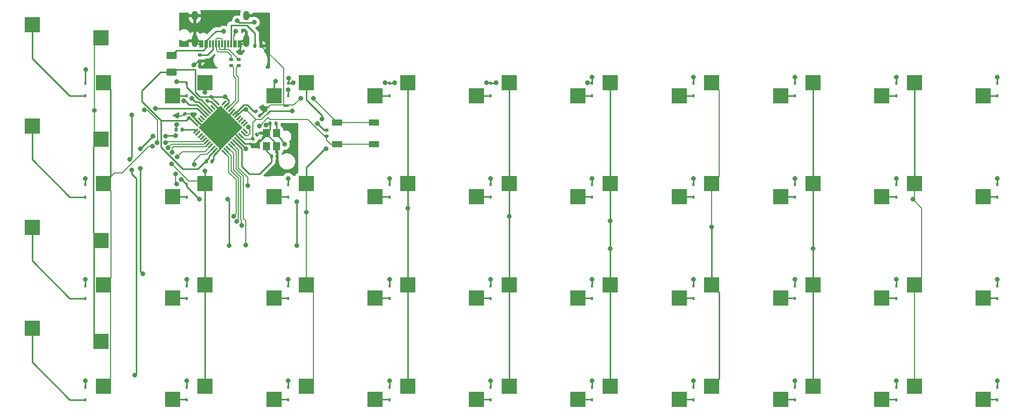
<source format=gbr>
%TF.GenerationSoftware,KiCad,Pcbnew,(6.0.4-0)*%
%TF.CreationDate,2022-10-10T22:02:04-05:00*%
%TF.ProjectId,bancouver40_cfx,62616e63-6f75-4766-9572-34305f636678,rev?*%
%TF.SameCoordinates,Original*%
%TF.FileFunction,Copper,L2,Bot*%
%TF.FilePolarity,Positive*%
%FSLAX46Y46*%
G04 Gerber Fmt 4.6, Leading zero omitted, Abs format (unit mm)*
G04 Created by KiCad (PCBNEW (6.0.4-0)) date 2022-10-10 22:02:04*
%MOMM*%
%LPD*%
G01*
G04 APERTURE LIST*
G04 Aperture macros list*
%AMRoundRect*
0 Rectangle with rounded corners*
0 $1 Rounding radius*
0 $2 $3 $4 $5 $6 $7 $8 $9 X,Y pos of 4 corners*
0 Add a 4 corners polygon primitive as box body*
4,1,4,$2,$3,$4,$5,$6,$7,$8,$9,$2,$3,0*
0 Add four circle primitives for the rounded corners*
1,1,$1+$1,$2,$3*
1,1,$1+$1,$4,$5*
1,1,$1+$1,$6,$7*
1,1,$1+$1,$8,$9*
0 Add four rect primitives between the rounded corners*
20,1,$1+$1,$2,$3,$4,$5,0*
20,1,$1+$1,$4,$5,$6,$7,0*
20,1,$1+$1,$6,$7,$8,$9,0*
20,1,$1+$1,$8,$9,$2,$3,0*%
%AMRotRect*
0 Rectangle, with rotation*
0 The origin of the aperture is its center*
0 $1 length*
0 $2 width*
0 $3 Rotation angle, in degrees counterclockwise*
0 Add horizontal line*
21,1,$1,$2,0,0,$3*%
G04 Aperture macros list end*
%TA.AperFunction,SMDPad,CuDef*%
%ADD10R,2.600000X2.600000*%
%TD*%
%TA.AperFunction,SMDPad,CuDef*%
%ADD11R,0.450000X0.600000*%
%TD*%
%TA.AperFunction,SMDPad,CuDef*%
%ADD12RoundRect,0.140000X0.219203X0.021213X0.021213X0.219203X-0.219203X-0.021213X-0.021213X-0.219203X0*%
%TD*%
%TA.AperFunction,SMDPad,CuDef*%
%ADD13RoundRect,0.135000X-0.185000X0.135000X-0.185000X-0.135000X0.185000X-0.135000X0.185000X0.135000X0*%
%TD*%
%TA.AperFunction,SMDPad,CuDef*%
%ADD14RoundRect,0.140000X0.021213X-0.219203X0.219203X-0.021213X-0.021213X0.219203X-0.219203X0.021213X0*%
%TD*%
%TA.AperFunction,SMDPad,CuDef*%
%ADD15RoundRect,0.062500X0.291682X0.380070X-0.380070X-0.291682X-0.291682X-0.380070X0.380070X0.291682X0*%
%TD*%
%TA.AperFunction,SMDPad,CuDef*%
%ADD16RoundRect,0.062500X-0.291682X0.380070X-0.380070X0.291682X0.291682X-0.380070X0.380070X-0.291682X0*%
%TD*%
%TA.AperFunction,SMDPad,CuDef*%
%ADD17RotRect,5.200000X5.200000X225.000000*%
%TD*%
%TA.AperFunction,SMDPad,CuDef*%
%ADD18RoundRect,0.140000X-0.140000X-0.170000X0.140000X-0.170000X0.140000X0.170000X-0.140000X0.170000X0*%
%TD*%
%TA.AperFunction,SMDPad,CuDef*%
%ADD19R,1.200000X1.400000*%
%TD*%
%TA.AperFunction,SMDPad,CuDef*%
%ADD20RoundRect,0.140000X-0.021213X0.219203X-0.219203X0.021213X0.021213X-0.219203X0.219203X-0.021213X0*%
%TD*%
%TA.AperFunction,SMDPad,CuDef*%
%ADD21RoundRect,0.135000X0.135000X0.185000X-0.135000X0.185000X-0.135000X-0.185000X0.135000X-0.185000X0*%
%TD*%
%TA.AperFunction,SMDPad,CuDef*%
%ADD22R,1.800000X1.100000*%
%TD*%
%TA.AperFunction,SMDPad,CuDef*%
%ADD23RoundRect,0.135000X-0.135000X-0.185000X0.135000X-0.185000X0.135000X0.185000X-0.135000X0.185000X0*%
%TD*%
%TA.AperFunction,SMDPad,CuDef*%
%ADD24RoundRect,0.140000X0.140000X0.170000X-0.140000X0.170000X-0.140000X-0.170000X0.140000X-0.170000X0*%
%TD*%
%TA.AperFunction,SMDPad,CuDef*%
%ADD25R,0.300000X1.150000*%
%TD*%
%TA.AperFunction,ComponentPad*%
%ADD26O,1.000000X2.100000*%
%TD*%
%TA.AperFunction,ComponentPad*%
%ADD27O,1.000000X1.600000*%
%TD*%
%TA.AperFunction,SMDPad,CuDef*%
%ADD28RoundRect,0.250000X-0.625000X0.375000X-0.625000X-0.375000X0.625000X-0.375000X0.625000X0.375000X0*%
%TD*%
%TA.AperFunction,SMDPad,CuDef*%
%ADD29RoundRect,0.140000X-0.219203X-0.021213X-0.021213X-0.219203X0.219203X0.021213X0.021213X0.219203X0*%
%TD*%
%TA.AperFunction,ViaPad*%
%ADD30C,0.800000*%
%TD*%
%TA.AperFunction,Conductor*%
%ADD31C,0.250000*%
%TD*%
%TA.AperFunction,Conductor*%
%ADD32C,0.200000*%
%TD*%
G04 APERTURE END LIST*
D10*
%TO.P,SW25,1,1*%
%TO.N,Net-(D25-Pad2)*%
X154149929Y-63324973D03*
%TO.P,SW25,2,2*%
%TO.N,col5*%
X142599929Y-61124973D03*
%TD*%
%TO.P,SW17,1,1*%
%TO.N,Net-(D17-Pad2)*%
X188149913Y-46324981D03*
%TO.P,SW17,2,2*%
%TO.N,col7*%
X176599913Y-44124981D03*
%TD*%
%TO.P,SW23,1,1*%
%TO.N,Net-(D23-Pad2)*%
X120149945Y-63324973D03*
%TO.P,SW23,2,2*%
%TO.N,col3*%
X108599945Y-61124973D03*
%TD*%
%TO.P,SW26,1,1*%
%TO.N,Net-(D26-Pad2)*%
X171149921Y-63324973D03*
%TO.P,SW26,2,2*%
%TO.N,col6*%
X159599921Y-61124973D03*
%TD*%
%TO.P,SW13,1,1*%
%TO.N,Net-(D13-Pad2)*%
X120149945Y-46324981D03*
%TO.P,SW13,2,2*%
%TO.N,col3*%
X108599945Y-44124981D03*
%TD*%
%TO.P,SW20,1,1*%
%TO.N,Net-(D20-Pad2)*%
X239149889Y-46324981D03*
%TO.P,SW20,2,2*%
%TO.N,col10*%
X227599889Y-44124981D03*
%TD*%
%TO.P,SW16,1,1*%
%TO.N,Net-(D16-Pad2)*%
X171149921Y-46324981D03*
%TO.P,SW16,2,2*%
%TO.N,col6*%
X159599921Y-44124981D03*
%TD*%
%TO.P,SW4,1,1*%
%TO.N,Net-(D4-Pad2)*%
X137149937Y-29324989D03*
%TO.P,SW4,2,2*%
%TO.N,col4*%
X125599937Y-27124989D03*
%TD*%
%TO.P,SW1,1,1*%
%TO.N,Net-(D1-Pad2)*%
X79599961Y-17424989D03*
%TO.P,SW1,2,2*%
%TO.N,col1*%
X91149961Y-19624989D03*
%TD*%
%TO.P,SW29,1,1*%
%TO.N,Net-(D29-Pad2)*%
X222149897Y-63324973D03*
%TO.P,SW29,2,2*%
%TO.N,col9*%
X210599897Y-61124973D03*
%TD*%
%TO.P,SW15,1,1*%
%TO.N,Net-(D15-Pad2)*%
X154149929Y-46324981D03*
%TO.P,SW15,2,2*%
%TO.N,col5*%
X142599929Y-44124981D03*
%TD*%
%TO.P,SW34,1,1*%
%TO.N,Net-(D34-Pad2)*%
X137149937Y-80324965D03*
%TO.P,SW34,2,2*%
%TO.N,col4*%
X125599937Y-78124965D03*
%TD*%
%TO.P,SW6,1,1*%
%TO.N,Net-(D6-Pad2)*%
X171149921Y-29324989D03*
%TO.P,SW6,2,2*%
%TO.N,col6*%
X159599921Y-27124989D03*
%TD*%
%TO.P,SW10,1,1*%
%TO.N,Net-(D10-Pad2)*%
X239149889Y-29324989D03*
%TO.P,SW10,2,2*%
%TO.N,col10*%
X227599889Y-27124989D03*
%TD*%
%TO.P,SW33,1,1*%
%TO.N,Net-(D33-Pad2)*%
X120149945Y-80324965D03*
%TO.P,SW33,2,2*%
%TO.N,col3*%
X108599945Y-78124965D03*
%TD*%
%TO.P,SW27,1,1*%
%TO.N,Net-(D27-Pad2)*%
X188149913Y-63324973D03*
%TO.P,SW27,2,2*%
%TO.N,col7*%
X176599913Y-61124973D03*
%TD*%
%TO.P,SW30,1,1*%
%TO.N,Net-(D30-Pad2)*%
X239149889Y-63324973D03*
%TO.P,SW30,2,2*%
%TO.N,col10*%
X227599889Y-61124973D03*
%TD*%
%TO.P,SW7,1,1*%
%TO.N,Net-(D7-Pad2)*%
X188149913Y-29324989D03*
%TO.P,SW7,2,2*%
%TO.N,col7*%
X176599913Y-27124989D03*
%TD*%
%TO.P,SW19,1,1*%
%TO.N,Net-(D19-Pad2)*%
X222149897Y-46324981D03*
%TO.P,SW19,2,2*%
%TO.N,col9*%
X210599897Y-44124981D03*
%TD*%
%TO.P,SW40,1,1*%
%TO.N,Net-(D40-Pad2)*%
X239149889Y-80324965D03*
%TO.P,SW40,2,2*%
%TO.N,col10*%
X227599889Y-78124965D03*
%TD*%
%TO.P,SW24,1,1*%
%TO.N,Net-(D24-Pad2)*%
X137149937Y-63324973D03*
%TO.P,SW24,2,2*%
%TO.N,col4*%
X125599937Y-61124973D03*
%TD*%
%TO.P,SW32,1,1*%
%TO.N,Net-(D32-Pad2)*%
X103149953Y-80324965D03*
%TO.P,SW32,2,2*%
%TO.N,col2*%
X91599953Y-78124965D03*
%TD*%
%TO.P,SW5,1,1*%
%TO.N,Net-(D5-Pad2)*%
X154149929Y-29324989D03*
%TO.P,SW5,2,2*%
%TO.N,col5*%
X142599929Y-27124989D03*
%TD*%
%TO.P,SW31,1,1*%
%TO.N,Net-(D31-Pad2)*%
X79599961Y-68424965D03*
%TO.P,SW31,2,2*%
%TO.N,col1*%
X91149961Y-70624965D03*
%TD*%
%TO.P,SW38,1,1*%
%TO.N,Net-(D38-Pad2)*%
X205149905Y-80324965D03*
%TO.P,SW38,2,2*%
%TO.N,col8*%
X193599905Y-78124965D03*
%TD*%
%TO.P,SW35,1,1*%
%TO.N,Net-(D35-Pad2)*%
X154149929Y-80324965D03*
%TO.P,SW35,2,2*%
%TO.N,col5*%
X142599929Y-78124965D03*
%TD*%
%TO.P,SW18,1,1*%
%TO.N,Net-(D18-Pad2)*%
X205149905Y-46324981D03*
%TO.P,SW18,2,2*%
%TO.N,col8*%
X193599905Y-44124981D03*
%TD*%
%TO.P,SW3,1,1*%
%TO.N,Net-(D3-Pad2)*%
X120149945Y-29324989D03*
%TO.P,SW3,2,2*%
%TO.N,col3*%
X108599945Y-27124989D03*
%TD*%
%TO.P,SW9,1,1*%
%TO.N,Net-(D9-Pad2)*%
X222149897Y-29324989D03*
%TO.P,SW9,2,2*%
%TO.N,col9*%
X210599897Y-27124989D03*
%TD*%
%TO.P,SW14,1,1*%
%TO.N,Net-(D14-Pad2)*%
X137149937Y-46324981D03*
%TO.P,SW14,2,2*%
%TO.N,col4*%
X125599937Y-44124981D03*
%TD*%
%TO.P,SW21,1,1*%
%TO.N,Net-(D21-Pad2)*%
X79599961Y-51424973D03*
%TO.P,SW21,2,2*%
%TO.N,col1*%
X91149961Y-53624973D03*
%TD*%
%TO.P,SW2,1,1*%
%TO.N,Net-(D2-Pad2)*%
X103149953Y-29324989D03*
%TO.P,SW2,2,2*%
%TO.N,col2*%
X91599953Y-27124989D03*
%TD*%
%TO.P,SW12,1,1*%
%TO.N,Net-(D12-Pad2)*%
X103149953Y-46324981D03*
%TO.P,SW12,2,2*%
%TO.N,col2*%
X91599953Y-44124981D03*
%TD*%
%TO.P,SW36,1,1*%
%TO.N,Net-(D36-Pad2)*%
X171149921Y-80324965D03*
%TO.P,SW36,2,2*%
%TO.N,col6*%
X159599921Y-78124965D03*
%TD*%
%TO.P,SW22,1,1*%
%TO.N,Net-(D22-Pad2)*%
X103149953Y-63324973D03*
%TO.P,SW22,2,2*%
%TO.N,col2*%
X91599953Y-61124973D03*
%TD*%
%TO.P,SW28,1,1*%
%TO.N,Net-(D28-Pad2)*%
X205149905Y-63324973D03*
%TO.P,SW28,2,2*%
%TO.N,col8*%
X193599905Y-61124973D03*
%TD*%
%TO.P,SW37,1,1*%
%TO.N,Net-(D37-Pad2)*%
X188149913Y-80324965D03*
%TO.P,SW37,2,2*%
%TO.N,col7*%
X176599913Y-78124965D03*
%TD*%
%TO.P,SW11,1,1*%
%TO.N,Net-(D11-Pad2)*%
X79599961Y-34424981D03*
%TO.P,SW11,2,2*%
%TO.N,col1*%
X91149961Y-36624981D03*
%TD*%
%TO.P,SW39,1,1*%
%TO.N,Net-(D39-Pad2)*%
X222149897Y-80324965D03*
%TO.P,SW39,2,2*%
%TO.N,col9*%
X210599897Y-78124965D03*
%TD*%
%TO.P,SW8,1,1*%
%TO.N,Net-(D8-Pad2)*%
X205149905Y-29324989D03*
%TO.P,SW8,2,2*%
%TO.N,col8*%
X193599905Y-27124989D03*
%TD*%
D11*
%TO.P,D35,1,K*%
%TO.N,row4*%
X156541593Y-78283296D03*
%TO.P,D35,2,A*%
%TO.N,Net-(D35-Pad2)*%
X156541593Y-80383296D03*
%TD*%
%TO.P,D31,1,K*%
%TO.N,row4*%
X88541625Y-78283296D03*
%TO.P,D31,2,A*%
%TO.N,Net-(D31-Pad2)*%
X88541625Y-80383296D03*
%TD*%
%TO.P,D30,1,K*%
%TO.N,row3*%
X241541553Y-61283304D03*
%TO.P,D30,2,A*%
%TO.N,Net-(D30-Pad2)*%
X241541553Y-63383304D03*
%TD*%
%TO.P,D34,1,K*%
%TO.N,row4*%
X139541601Y-78283296D03*
%TO.P,D34,2,A*%
%TO.N,Net-(D34-Pad2)*%
X139541601Y-80383296D03*
%TD*%
D12*
%TO.P,C5,1*%
%TO.N,+5V*%
X105839411Y-33089411D03*
%TO.P,C5,2*%
%TO.N,GND*%
X105160589Y-32410589D03*
%TD*%
D13*
%TO.P,R4,1*%
%TO.N,D+*%
X114250000Y-23240000D03*
%TO.P,R4,2*%
%TO.N,D_res+*%
X114250000Y-24260000D03*
%TD*%
D11*
%TO.P,D11,1,K*%
%TO.N,row2*%
X88541625Y-44283312D03*
%TO.P,D11,2,A*%
%TO.N,Net-(D11-Pad2)*%
X88541625Y-46383312D03*
%TD*%
%TO.P,D8,1,K*%
%TO.N,row1*%
X207541569Y-27283320D03*
%TO.P,D8,2,A*%
%TO.N,Net-(D8-Pad2)*%
X207541569Y-29383320D03*
%TD*%
%TO.P,D22,1,K*%
%TO.N,row3*%
X105541617Y-61283304D03*
%TO.P,D22,2,A*%
%TO.N,Net-(D22-Pad2)*%
X105541617Y-63383304D03*
%TD*%
%TO.P,D24,1,K*%
%TO.N,row3*%
X139541601Y-61283304D03*
%TO.P,D24,2,A*%
%TO.N,Net-(D24-Pad2)*%
X139541601Y-63383304D03*
%TD*%
D14*
%TO.P,C4,1*%
%TO.N,+5V*%
X116660589Y-36539411D03*
%TO.P,C4,2*%
%TO.N,GND*%
X117339411Y-35860589D03*
%TD*%
D15*
%TO.P,U1,1,PE6*%
%TO.N,unconnected-(U1-Pad1)*%
X111800483Y-30580581D03*
%TO.P,U1,2,UVCC*%
%TO.N,+5V*%
X112154036Y-30934135D03*
%TO.P,U1,3,D-*%
%TO.N,D_res-*%
X112507590Y-31287688D03*
%TO.P,U1,4,D+*%
%TO.N,D_res+*%
X112861143Y-31641241D03*
%TO.P,U1,5,UGND*%
%TO.N,GND*%
X113214696Y-31994795D03*
%TO.P,U1,6,UCAP*%
%TO.N,Net-(C3-Pad1)*%
X113568250Y-32348348D03*
%TO.P,U1,7,VBUS*%
%TO.N,+5V*%
X113921803Y-32701902D03*
%TO.P,U1,8,PB0*%
%TO.N,unconnected-(U1-Pad8)*%
X114275357Y-33055455D03*
%TO.P,U1,9,PB1*%
%TO.N,unconnected-(U1-Pad9)*%
X114628910Y-33409008D03*
%TO.P,U1,10,PB2*%
%TO.N,unconnected-(U1-Pad10)*%
X114982463Y-33762562D03*
%TO.P,U1,11,PB3*%
%TO.N,unconnected-(U1-Pad11)*%
X115336017Y-34116115D03*
D16*
%TO.P,U1,12,PB7*%
%TO.N,unconnected-(U1-Pad12)*%
X115336017Y-35300519D03*
%TO.P,U1,13,~{RESET}*%
%TO.N,Net-(B1-Pad2)*%
X114982463Y-35654072D03*
%TO.P,U1,14,VCC*%
%TO.N,+5V*%
X114628910Y-36007626D03*
%TO.P,U1,15,GND*%
%TO.N,GND*%
X114275357Y-36361179D03*
%TO.P,U1,16,XTAL2*%
%TO.N,Net-(C2-Pad2)*%
X113921803Y-36714732D03*
%TO.P,U1,17,XTAL1*%
%TO.N,Net-(C1-Pad2)*%
X113568250Y-37068286D03*
%TO.P,U1,18,PD0*%
%TO.N,col10*%
X113214696Y-37421839D03*
%TO.P,U1,19,PD1*%
%TO.N,col9*%
X112861143Y-37775393D03*
%TO.P,U1,20,PD2*%
%TO.N,col8*%
X112507590Y-38128946D03*
%TO.P,U1,21,PD3*%
%TO.N,col7*%
X112154036Y-38482499D03*
%TO.P,U1,22,PD5*%
%TO.N,col6*%
X111800483Y-38836053D03*
D15*
%TO.P,U1,23,GND*%
%TO.N,GND*%
X110616079Y-38836053D03*
%TO.P,U1,24,AVCC*%
%TO.N,+5V*%
X110262526Y-38482499D03*
%TO.P,U1,25,PD4*%
%TO.N,col5*%
X109908972Y-38128946D03*
%TO.P,U1,26,PD6*%
%TO.N,col4*%
X109555419Y-37775393D03*
%TO.P,U1,27,PD7*%
%TO.N,col3*%
X109201866Y-37421839D03*
%TO.P,U1,28,PB4*%
%TO.N,col2*%
X108848312Y-37068286D03*
%TO.P,U1,29,PB5*%
%TO.N,col1*%
X108494759Y-36714732D03*
%TO.P,U1,30,PB6*%
%TO.N,unconnected-(U1-Pad30)*%
X108141205Y-36361179D03*
%TO.P,U1,31,PC6*%
%TO.N,unconnected-(U1-Pad31)*%
X107787652Y-36007626D03*
%TO.P,U1,32,PC7*%
%TO.N,unconnected-(U1-Pad32)*%
X107434099Y-35654072D03*
%TO.P,U1,33,~{HWB}/PE2*%
%TO.N,Net-(R6-Pad1)*%
X107080545Y-35300519D03*
D16*
%TO.P,U1,34,VCC*%
%TO.N,+5V*%
X107080545Y-34116115D03*
%TO.P,U1,35,GND*%
%TO.N,GND*%
X107434099Y-33762562D03*
%TO.P,U1,36,PF7*%
%TO.N,unconnected-(U1-Pad36)*%
X107787652Y-33409008D03*
%TO.P,U1,37,PF6*%
%TO.N,unconnected-(U1-Pad37)*%
X108141205Y-33055455D03*
%TO.P,U1,38,PF5*%
%TO.N,row4*%
X108494759Y-32701902D03*
%TO.P,U1,39,PF4*%
%TO.N,row3*%
X108848312Y-32348348D03*
%TO.P,U1,40,PF1*%
%TO.N,row2*%
X109201866Y-31994795D03*
%TO.P,U1,41,PF0*%
%TO.N,row1*%
X109555419Y-31641241D03*
%TO.P,U1,42,AREF*%
%TO.N,unconnected-(U1-Pad42)*%
X109908972Y-31287688D03*
%TO.P,U1,43,GND*%
%TO.N,GND*%
X110262526Y-30934135D03*
%TO.P,U1,44,AVCC*%
%TO.N,+5V*%
X110616079Y-30580581D03*
D17*
%TO.P,U1,45,GND*%
%TO.N,GND*%
X111208281Y-34708317D03*
%TD*%
D11*
%TO.P,D27,1,K*%
%TO.N,row3*%
X190541577Y-61283304D03*
%TO.P,D27,2,A*%
%TO.N,Net-(D27-Pad2)*%
X190541577Y-63383304D03*
%TD*%
%TO.P,D4,1,K*%
%TO.N,row1*%
X139541601Y-27283320D03*
%TO.P,D4,2,A*%
%TO.N,Net-(D4-Pad2)*%
X139541601Y-29383320D03*
%TD*%
%TO.P,D40,1,K*%
%TO.N,row4*%
X241541553Y-78283296D03*
%TO.P,D40,2,A*%
%TO.N,Net-(D40-Pad2)*%
X241541553Y-80383296D03*
%TD*%
%TO.P,D29,1,K*%
%TO.N,row3*%
X224541561Y-61283304D03*
%TO.P,D29,2,A*%
%TO.N,Net-(D29-Pad2)*%
X224541561Y-63383304D03*
%TD*%
%TO.P,D28,1,K*%
%TO.N,row3*%
X207541569Y-61283304D03*
%TO.P,D28,2,A*%
%TO.N,Net-(D28-Pad2)*%
X207541569Y-63383304D03*
%TD*%
%TO.P,D33,1,K*%
%TO.N,row4*%
X122541609Y-78283296D03*
%TO.P,D33,2,A*%
%TO.N,Net-(D33-Pad2)*%
X122541609Y-80383296D03*
%TD*%
%TO.P,D15,1,K*%
%TO.N,row2*%
X156541593Y-44283312D03*
%TO.P,D15,2,A*%
%TO.N,Net-(D15-Pad2)*%
X156541593Y-46383312D03*
%TD*%
%TO.P,D9,1,K*%
%TO.N,row1*%
X224541561Y-27283320D03*
%TO.P,D9,2,A*%
%TO.N,Net-(D9-Pad2)*%
X224541561Y-29383320D03*
%TD*%
%TO.P,D21,1,K*%
%TO.N,row3*%
X88541625Y-61283304D03*
%TO.P,D21,2,A*%
%TO.N,Net-(D21-Pad2)*%
X88541625Y-63383304D03*
%TD*%
D18*
%TO.P,C2,1*%
%TO.N,GND*%
X119520000Y-34000000D03*
%TO.P,C2,2*%
%TO.N,Net-(C2-Pad2)*%
X120480000Y-34000000D03*
%TD*%
D19*
%TO.P,Y1,1,1*%
%TO.N,Net-(C1-Pad2)*%
X118900000Y-37850000D03*
%TO.P,Y1,2,2*%
%TO.N,GND*%
X118900000Y-35650000D03*
%TO.P,Y1,3,3*%
%TO.N,Net-(C2-Pad2)*%
X120600000Y-35650000D03*
%TO.P,Y1,4,4*%
%TO.N,GND*%
X120600000Y-37850000D03*
%TD*%
D11*
%TO.P,D32,1,K*%
%TO.N,row4*%
X105541617Y-78283296D03*
%TO.P,D32,2,A*%
%TO.N,Net-(D32-Pad2)*%
X105541617Y-80383296D03*
%TD*%
D13*
%TO.P,R5,1*%
%TO.N,D-*%
X113000000Y-23240000D03*
%TO.P,R5,2*%
%TO.N,D_res-*%
X113000000Y-24260000D03*
%TD*%
D11*
%TO.P,D19,1,K*%
%TO.N,row2*%
X224541561Y-44283312D03*
%TO.P,D19,2,A*%
%TO.N,Net-(D19-Pad2)*%
X224541561Y-46383312D03*
%TD*%
%TO.P,D10,1,K*%
%TO.N,row1*%
X241541553Y-27283320D03*
%TO.P,D10,2,A*%
%TO.N,Net-(D10-Pad2)*%
X241541553Y-29383320D03*
%TD*%
%TO.P,D14,1,K*%
%TO.N,row2*%
X139541601Y-44283312D03*
%TO.P,D14,2,A*%
%TO.N,Net-(D14-Pad2)*%
X139541601Y-46383312D03*
%TD*%
%TO.P,D6,1,K*%
%TO.N,row1*%
X173541585Y-27283320D03*
%TO.P,D6,2,A*%
%TO.N,Net-(D6-Pad2)*%
X173541585Y-29383320D03*
%TD*%
D20*
%TO.P,C7,1*%
%TO.N,+5V*%
X109689411Y-29535589D03*
%TO.P,C7,2*%
%TO.N,GND*%
X109010589Y-30214411D03*
%TD*%
D11*
%TO.P,D18,1,K*%
%TO.N,row2*%
X207541569Y-44283312D03*
%TO.P,D18,2,A*%
%TO.N,Net-(D18-Pad2)*%
X207541569Y-46383312D03*
%TD*%
D21*
%TO.P,R6,1*%
%TO.N,Net-(R6-Pad1)*%
X104760000Y-35000000D03*
%TO.P,R6,2*%
%TO.N,GND*%
X103740000Y-35000000D03*
%TD*%
D11*
%TO.P,D16,1,K*%
%TO.N,row2*%
X173541585Y-44283312D03*
%TO.P,D16,2,A*%
%TO.N,Net-(D16-Pad2)*%
X173541585Y-46383312D03*
%TD*%
%TO.P,D13,1,K*%
%TO.N,row2*%
X122541609Y-44283312D03*
%TO.P,D13,2,A*%
%TO.N,Net-(D13-Pad2)*%
X122541609Y-46383312D03*
%TD*%
%TO.P,D25,1,K*%
%TO.N,row3*%
X156541593Y-61283304D03*
%TO.P,D25,2,A*%
%TO.N,Net-(D25-Pad2)*%
X156541593Y-63383304D03*
%TD*%
D22*
%TO.P,B1,1,1*%
%TO.N,GND*%
X136940000Y-33820000D03*
X130740000Y-33820000D03*
%TO.P,B1,2,2*%
%TO.N,Net-(B1-Pad2)*%
X136940000Y-37520000D03*
X130740000Y-37520000D03*
%TD*%
D11*
%TO.P,D26,1,K*%
%TO.N,row3*%
X173541585Y-61283304D03*
%TO.P,D26,2,A*%
%TO.N,Net-(D26-Pad2)*%
X173541585Y-63383304D03*
%TD*%
%TO.P,D1,1,K*%
%TO.N,row1*%
X88541625Y-27283320D03*
%TO.P,D1,2,A*%
%TO.N,Net-(D1-Pad2)*%
X88541625Y-29383320D03*
%TD*%
%TO.P,D3,1,K*%
%TO.N,row1*%
X122541609Y-27283320D03*
%TO.P,D3,2,A*%
%TO.N,Net-(D3-Pad2)*%
X122541609Y-29383320D03*
%TD*%
D18*
%TO.P,C6,1*%
%TO.N,+5V*%
X108831615Y-40374981D03*
%TO.P,C6,2*%
%TO.N,GND*%
X109791615Y-40374981D03*
%TD*%
D11*
%TO.P,D7,1,K*%
%TO.N,row1*%
X190541577Y-27283320D03*
%TO.P,D7,2,A*%
%TO.N,Net-(D7-Pad2)*%
X190541577Y-29383320D03*
%TD*%
D23*
%TO.P,R3,1*%
%TO.N,Net-(J1-PadB5)*%
X116990000Y-21000000D03*
%TO.P,R3,2*%
%TO.N,GND*%
X118010000Y-21000000D03*
%TD*%
D11*
%TO.P,D23,1,K*%
%TO.N,row3*%
X122541609Y-61283304D03*
%TO.P,D23,2,A*%
%TO.N,Net-(D23-Pad2)*%
X122541609Y-63383304D03*
%TD*%
D24*
%TO.P,C1,1*%
%TO.N,GND*%
X120730000Y-39500000D03*
%TO.P,C1,2*%
%TO.N,Net-(C1-Pad2)*%
X119770000Y-39500000D03*
%TD*%
D11*
%TO.P,D17,1,K*%
%TO.N,row2*%
X190541577Y-44283312D03*
%TO.P,D17,2,A*%
%TO.N,Net-(D17-Pad2)*%
X190541577Y-46383312D03*
%TD*%
D25*
%TO.P,J1,A1,GND*%
%TO.N,GND*%
X107858281Y-20669992D03*
%TO.P,J1,A4,VBUS*%
%TO.N,VBUS*%
X108658281Y-20669992D03*
%TO.P,J1,A5,CC1*%
%TO.N,Net-(J1-PadA5)*%
X109958281Y-20669992D03*
%TO.P,J1,A6,D+*%
%TO.N,D+*%
X110958281Y-20669992D03*
%TO.P,J1,A7,D-*%
%TO.N,D-*%
X111458281Y-20669992D03*
%TO.P,J1,A8,SBU1*%
%TO.N,unconnected-(J1-PadA8)*%
X112458281Y-20669992D03*
%TO.P,J1,A9,VBUS*%
%TO.N,VBUS*%
X113758281Y-20669992D03*
%TO.P,J1,A12,GND*%
%TO.N,GND*%
X114558281Y-20669992D03*
%TO.P,J1,B1,GND*%
X114258281Y-20669992D03*
%TO.P,J1,B4,VBUS*%
%TO.N,VBUS*%
X113458281Y-20669992D03*
%TO.P,J1,B5,CC2*%
%TO.N,Net-(J1-PadB5)*%
X112958281Y-20669992D03*
%TO.P,J1,B6,D+*%
%TO.N,D+*%
X111958281Y-20669992D03*
%TO.P,J1,B7,D-*%
%TO.N,D-*%
X110458281Y-20669992D03*
%TO.P,J1,B8,SBU2*%
%TO.N,unconnected-(J1-PadB8)*%
X109458281Y-20669992D03*
%TO.P,J1,B9,VBUS*%
%TO.N,VBUS*%
X108958281Y-20669992D03*
%TO.P,J1,B12,GND*%
%TO.N,GND*%
X108158281Y-20669992D03*
D26*
%TO.P,J1,S1,SHIELD*%
X106888281Y-20104992D03*
D27*
X106888281Y-15924992D03*
X115528281Y-15924992D03*
D26*
X115528281Y-20104992D03*
%TD*%
D11*
%TO.P,D12,1,K*%
%TO.N,row2*%
X105541617Y-44283312D03*
%TO.P,D12,2,A*%
%TO.N,Net-(D12-Pad2)*%
X105541617Y-46383312D03*
%TD*%
%TO.P,D5,1,K*%
%TO.N,row1*%
X156541593Y-27283320D03*
%TO.P,D5,2,A*%
%TO.N,Net-(D5-Pad2)*%
X156541593Y-29383320D03*
%TD*%
%TO.P,D37,1,K*%
%TO.N,row4*%
X190541577Y-78283296D03*
%TO.P,D37,2,A*%
%TO.N,Net-(D37-Pad2)*%
X190541577Y-80383296D03*
%TD*%
%TO.P,D36,1,K*%
%TO.N,row4*%
X173541585Y-78283296D03*
%TO.P,D36,2,A*%
%TO.N,Net-(D36-Pad2)*%
X173541585Y-80383296D03*
%TD*%
D28*
%TO.P,F1,1*%
%TO.N,VBUS*%
X103000000Y-22600000D03*
%TO.P,F1,2*%
%TO.N,+5V*%
X103000000Y-25400000D03*
%TD*%
D29*
%TO.P,C3,1*%
%TO.N,Net-(C3-Pad1)*%
X117140589Y-31980589D03*
%TO.P,C3,2*%
%TO.N,GND*%
X117819411Y-32659411D03*
%TD*%
D13*
%TO.P,R2,1*%
%TO.N,Net-(J1-PadA5)*%
X107750000Y-22480000D03*
%TO.P,R2,2*%
%TO.N,GND*%
X107750000Y-23500000D03*
%TD*%
D11*
%TO.P,D39,1,K*%
%TO.N,row4*%
X224541561Y-78283296D03*
%TO.P,D39,2,A*%
%TO.N,Net-(D39-Pad2)*%
X224541561Y-80383296D03*
%TD*%
D13*
%TO.P,R1,1*%
%TO.N,+5V*%
X128950000Y-35100000D03*
%TO.P,R1,2*%
%TO.N,Net-(B1-Pad2)*%
X128950000Y-36120000D03*
%TD*%
D11*
%TO.P,D20,1,K*%
%TO.N,row2*%
X241541553Y-44283312D03*
%TO.P,D20,2,A*%
%TO.N,Net-(D20-Pad2)*%
X241541553Y-46383312D03*
%TD*%
%TO.P,D38,1,K*%
%TO.N,row4*%
X207541569Y-78283296D03*
%TO.P,D38,2,A*%
%TO.N,Net-(D38-Pad2)*%
X207541569Y-80383296D03*
%TD*%
%TO.P,D2,1,K*%
%TO.N,row1*%
X105541617Y-27283320D03*
%TO.P,D2,2,A*%
%TO.N,Net-(D2-Pad2)*%
X105541617Y-29383320D03*
%TD*%
D30*
%TO.N,GND*%
X118850852Y-34308391D03*
X103800000Y-34224500D03*
X126791607Y-29749986D03*
X106760000Y-24220000D03*
X103900000Y-32775500D03*
X118640466Y-31724936D03*
X124666608Y-29749986D03*
%TO.N,Net-(B1-Pad2)*%
X117760089Y-34400000D03*
X115838365Y-34638365D03*
%TO.N,Net-(C2-Pad2)*%
X121934486Y-37521348D03*
X115474446Y-38249982D03*
%TO.N,+5V*%
X111938982Y-29500000D03*
X115400000Y-31614500D03*
X123249942Y-31874985D03*
X127499940Y-33999984D03*
%TO.N,row1*%
X114041613Y-16775500D03*
X123400000Y-27200000D03*
X207541569Y-26208321D03*
X140400000Y-27200000D03*
X173541585Y-26208321D03*
X241541553Y-26208321D03*
X116874945Y-16999992D03*
X122600000Y-26400000D03*
X88600000Y-25000000D03*
X155800000Y-27200000D03*
X172800000Y-27200000D03*
X190541577Y-26208321D03*
X157400000Y-27200000D03*
X103800000Y-27000000D03*
X224541561Y-26208321D03*
X138800000Y-27200000D03*
%TO.N,Net-(D3-Pad2)*%
X122541609Y-28333320D03*
X120416610Y-26916654D03*
%TO.N,row2*%
X241541553Y-43208313D03*
X190541577Y-43208313D03*
X224541561Y-43208313D03*
X106356406Y-29790789D03*
X156541593Y-43208313D03*
X122541609Y-43208313D03*
X207541569Y-43208313D03*
X112425408Y-46749978D03*
X107666616Y-46749978D03*
X123958275Y-47100980D03*
X88541625Y-43208313D03*
X173541585Y-43208313D03*
X139541601Y-43208313D03*
X123958275Y-54541641D03*
X112624947Y-54541641D03*
X104626176Y-43415420D03*
%TO.N,row3*%
X98208767Y-59250452D03*
X103703597Y-36061495D03*
X207541569Y-60208305D03*
X190541577Y-60208305D03*
X97749954Y-38249982D03*
X105049454Y-30220001D03*
X224541561Y-60208305D03*
X122541609Y-60208305D03*
X101999952Y-36124983D03*
X97749954Y-41574981D03*
X105541617Y-60208305D03*
X173541585Y-60208305D03*
X241541553Y-60208305D03*
X139541601Y-60208305D03*
X156541593Y-60208305D03*
X99874953Y-36124983D03*
X88541625Y-60208305D03*
%TO.N,row4*%
X190541577Y-77208297D03*
X122541609Y-77208297D03*
X95984531Y-40026225D03*
X96333288Y-32583318D03*
X173541585Y-77208297D03*
X88541625Y-77208297D03*
X96792101Y-76250444D03*
X105541617Y-77208297D03*
X156541593Y-77208297D03*
X241541553Y-77208297D03*
X139541601Y-77208297D03*
X100262268Y-31487670D03*
X96333288Y-41791647D03*
X224541561Y-77208297D03*
X207541569Y-77208297D03*
%TO.N,VBUS*%
X113750000Y-18500000D03*
X111750000Y-18500000D03*
%TO.N,col1*%
X90000442Y-31800442D03*
X100525500Y-37200000D03*
X98462701Y-31737299D03*
X101974500Y-37200000D03*
%TO.N,col2*%
X99735416Y-37812187D03*
X102397256Y-38105693D03*
%TO.N,col3*%
X103000000Y-40800000D03*
X108600000Y-42000000D03*
X103104011Y-38812449D03*
X108599945Y-28775500D03*
%TO.N,col4*%
X128208273Y-33291651D03*
X125600000Y-48899500D03*
X103887548Y-39595985D03*
X128916606Y-38249982D03*
X103705378Y-42494622D03*
X103800000Y-44200000D03*
%TO.N,col5*%
X106800000Y-40885500D03*
X142600000Y-48200000D03*
%TO.N,col6*%
X113400000Y-49600000D03*
X159600000Y-49600000D03*
%TO.N,col7*%
X113954424Y-50431636D03*
X176599913Y-55024978D03*
X176600000Y-50400000D03*
%TO.N,col8*%
X114749946Y-51131136D03*
X193600000Y-51400000D03*
%TO.N,col9*%
X210599897Y-55024978D03*
X115458279Y-54463285D03*
%TO.N,col10*%
X227374893Y-46749978D03*
X115800000Y-44400000D03*
%TD*%
D31*
%TO.N,GND*%
X110262526Y-30934135D02*
X109617802Y-30289411D01*
D32*
X105171178Y-32400000D02*
X106178282Y-32400000D01*
X105160589Y-32410589D02*
X105171178Y-32400000D01*
D31*
X111029615Y-37299615D02*
X106250934Y-32520934D01*
X118900000Y-35750000D02*
X120600000Y-37450000D01*
X109617802Y-30289411D02*
X109085589Y-30289411D01*
X108379854Y-34708317D02*
X111208281Y-34708317D01*
D32*
X121749456Y-30920544D02*
X123496050Y-30920544D01*
X126791607Y-29871607D02*
X130740000Y-33820000D01*
D31*
X110616079Y-38836053D02*
X110030000Y-39422132D01*
X111208281Y-38209175D02*
X111208281Y-34708317D01*
X114275357Y-36361179D02*
X112622495Y-34708317D01*
X120600000Y-37450000D02*
X120600000Y-37850000D01*
D32*
X121745500Y-30924500D02*
X121749456Y-30920544D01*
D31*
X107480000Y-23500000D02*
X106760000Y-24220000D01*
X107453281Y-20669992D02*
X106888281Y-20104992D01*
D32*
X103740000Y-34284500D02*
X103800000Y-34224500D01*
D31*
X114963281Y-20669992D02*
X115528281Y-20104992D01*
X113214696Y-31994795D02*
X111208281Y-34001210D01*
X110030000Y-40136596D02*
X109791615Y-40374981D01*
D32*
X117339411Y-35860589D02*
X117739411Y-35460589D01*
D31*
X118640466Y-31724936D02*
X118640466Y-31838356D01*
D32*
X121749456Y-24739456D02*
X118010000Y-21000000D01*
D31*
X110262526Y-30934135D02*
X111208281Y-31879890D01*
X118900000Y-35650000D02*
X118390000Y-35650000D01*
X111208281Y-34001210D02*
X111208281Y-34708317D01*
X119520000Y-35030000D02*
X118900000Y-35650000D01*
D32*
X106178282Y-32400000D02*
X108486599Y-34708317D01*
X121749456Y-30920544D02*
X121749456Y-24739456D01*
D31*
X108158281Y-20669992D02*
X107453281Y-20669992D01*
X114275357Y-36361179D02*
X115292668Y-37378490D01*
D32*
X130740000Y-33820000D02*
X136940000Y-33820000D01*
D31*
X119159243Y-34000000D02*
X118850852Y-34308391D01*
X118900000Y-35900978D02*
X118900000Y-35650000D01*
D32*
X119554322Y-30924500D02*
X121745500Y-30924500D01*
X118124011Y-36425989D02*
X118900000Y-35650000D01*
D31*
X120730000Y-37980000D02*
X120600000Y-37850000D01*
X120730000Y-39500000D02*
X120730000Y-37980000D01*
D32*
X108486599Y-34708317D02*
X111208281Y-34708317D01*
X117819411Y-32659411D02*
X119554322Y-30924500D01*
D31*
X119520000Y-34000000D02*
X119520000Y-35030000D01*
X114258281Y-20669992D02*
X114963281Y-20669992D01*
X118710589Y-35460589D02*
X118900000Y-35650000D01*
X112622495Y-34708317D02*
X111208281Y-34708317D01*
D32*
X103900000Y-32775500D02*
X104795678Y-32775500D01*
D31*
X110030000Y-39422132D02*
X110030000Y-40136596D01*
X111029615Y-38422517D02*
X111029615Y-37299615D01*
X109085589Y-30289411D02*
X109010589Y-30214411D01*
X119520000Y-34000000D02*
X119159243Y-34000000D01*
X117739411Y-35460589D02*
X118710589Y-35460589D01*
X117422488Y-37378490D02*
X118900000Y-35900978D01*
X118900000Y-35650000D02*
X118900000Y-35750000D01*
D32*
X123496050Y-30920544D02*
X124666608Y-29749986D01*
X103740000Y-35000000D02*
X103740000Y-34284500D01*
D31*
X107750000Y-23500000D02*
X107480000Y-23500000D01*
X115292668Y-37378490D02*
X117422488Y-37378490D01*
D32*
X126791607Y-29749986D02*
X126791607Y-29871607D01*
D31*
X107434099Y-33762562D02*
X108379854Y-34708317D01*
X118640466Y-31838356D02*
X117819411Y-32659411D01*
X110616079Y-38801377D02*
X111208281Y-38209175D01*
D32*
X104795678Y-32775500D02*
X105160589Y-32410589D01*
D31*
X111208281Y-31879890D02*
X111208281Y-34708317D01*
D32*
%TO.N,Net-(B1-Pad2)*%
X115371000Y-36042609D02*
X115777653Y-36042609D01*
X125835203Y-33324506D02*
X128630697Y-36120000D01*
X114982463Y-35654072D02*
X115371000Y-36042609D01*
X129640000Y-37520000D02*
X130740000Y-37520000D01*
X119494506Y-33324506D02*
X125835203Y-33324506D01*
X115777653Y-36042609D02*
X116078107Y-35742155D01*
X128950000Y-36830000D02*
X129640000Y-37520000D01*
X128950000Y-36120000D02*
X128950000Y-36830000D01*
X128630697Y-36120000D02*
X128950000Y-36120000D01*
X116078107Y-35742155D02*
X116078107Y-34878107D01*
X117760089Y-34400000D02*
X117770000Y-34400000D01*
X119170000Y-33000000D02*
X119494506Y-33324506D01*
X117770000Y-34400000D02*
X119170000Y-33000000D01*
X116078107Y-34878107D02*
X115838365Y-34638365D01*
X130740000Y-37520000D02*
X136940000Y-37520000D01*
D31*
%TO.N,Net-(C1-Pad2)*%
X114749946Y-38249982D02*
X114749946Y-41204305D01*
X119770000Y-40434249D02*
X119770000Y-39500000D01*
X118900000Y-37850000D02*
X118900000Y-38630000D01*
X113568250Y-37068286D02*
X114749946Y-38249982D01*
X114749946Y-41204305D02*
X116009643Y-42464002D01*
X116009643Y-42464002D02*
X117740247Y-42464002D01*
X117740247Y-42464002D02*
X119770000Y-40434249D01*
X118900000Y-38630000D02*
X119770000Y-39500000D01*
%TO.N,Net-(C2-Pad2)*%
X121934486Y-37521348D02*
X120600000Y-35650000D01*
X120600000Y-34120000D02*
X120480000Y-34000000D01*
X115433478Y-38226407D02*
X115450871Y-38226407D01*
X113921803Y-36714732D02*
X115433478Y-38226407D01*
X115450871Y-38226407D02*
X115474446Y-38249982D01*
X120600000Y-35650000D02*
X120600000Y-34120000D01*
%TO.N,Net-(C3-Pad1)*%
X116810589Y-31980589D02*
X117140589Y-31980589D01*
X113568250Y-32348348D02*
X113639641Y-32348348D01*
X113639641Y-32348348D02*
X115097989Y-30890000D01*
X115097989Y-30890000D02*
X115720000Y-30890000D01*
X115720000Y-30890000D02*
X116810589Y-31980589D01*
%TO.N,+5V*%
X128599956Y-35100000D02*
X127499940Y-33999984D01*
X105839411Y-33089411D02*
X106053841Y-33089411D01*
X98000432Y-28548536D02*
X98000432Y-30250432D01*
X104876964Y-41610000D02*
X107376930Y-41610000D01*
X119515015Y-31874985D02*
X119009520Y-32380480D01*
X107376930Y-41610000D02*
X109230000Y-39756930D01*
X113921803Y-32701902D02*
X115009205Y-31614500D01*
D32*
X117145500Y-33360000D02*
X118030000Y-33360000D01*
D31*
X110580581Y-30580581D02*
X109500000Y-29500000D01*
X109230000Y-39515025D02*
X110262526Y-38482499D01*
X112154036Y-30934135D02*
X112567572Y-30520599D01*
X107725934Y-29500000D02*
X106975434Y-28749500D01*
X106053841Y-33089411D02*
X107080545Y-34116115D01*
X109500000Y-29500000D02*
X107725934Y-29500000D01*
X101250000Y-33500000D02*
X105428822Y-33500000D01*
X110616079Y-30580581D02*
X110580581Y-30580581D01*
X112567572Y-30128590D02*
X111938982Y-29500000D01*
X101148968Y-25400000D02*
X98000432Y-28548536D01*
X109230000Y-39750000D02*
X109230000Y-39515025D01*
D32*
X116660589Y-33844911D02*
X117145500Y-33360000D01*
D31*
X103000000Y-25400000D02*
X101148968Y-25400000D01*
X106975434Y-24944511D02*
X103455489Y-24944511D01*
X111938982Y-29500000D02*
X109500000Y-29500000D01*
D32*
X115251284Y-36630000D02*
X116570000Y-36630000D01*
D31*
X112567572Y-30520599D02*
X112567572Y-30128590D01*
X103455489Y-24944511D02*
X103000000Y-25400000D01*
X128950000Y-35100000D02*
X128599956Y-35100000D01*
D32*
X115400000Y-31614500D02*
X117145500Y-33360000D01*
D31*
X109230000Y-39756930D02*
X109230000Y-39750000D01*
D32*
X114628910Y-36007626D02*
X115251284Y-36630000D01*
D31*
X106975434Y-28749500D02*
X106975434Y-24944511D01*
X98000432Y-30250432D02*
X101250000Y-33500000D01*
X105428822Y-33500000D02*
X105839411Y-33089411D01*
X115009205Y-31614500D02*
X115400000Y-31614500D01*
X101250000Y-37983036D02*
X104876964Y-41610000D01*
D32*
X118030000Y-33360000D02*
X119009520Y-32380480D01*
D31*
X101250000Y-33500000D02*
X101250000Y-37983036D01*
X123249942Y-31874985D02*
X119515015Y-31874985D01*
D32*
X116660589Y-36539411D02*
X116660589Y-33844911D01*
D31*
%TO.N,row1*%
X103800000Y-27000000D02*
X105258297Y-27000000D01*
X173541585Y-27283320D02*
X173541585Y-26208321D01*
X155800000Y-27200000D02*
X156458273Y-27200000D01*
X122600000Y-26400000D02*
X122600000Y-27224929D01*
X107863698Y-29949520D02*
X107539736Y-29949520D01*
X122541609Y-27283320D02*
X123316680Y-27283320D01*
X123316680Y-27283320D02*
X123400000Y-27200000D01*
X224541561Y-26208321D02*
X224541561Y-27283320D01*
X156458273Y-27200000D02*
X156541593Y-27283320D01*
X173458265Y-27200000D02*
X173541585Y-27283320D01*
X88541625Y-27283320D02*
X88541625Y-25058375D01*
X105258297Y-27000000D02*
X105541617Y-27283320D01*
X88541625Y-25058375D02*
X88600000Y-25000000D01*
X138800000Y-27200000D02*
X139458281Y-27200000D01*
X241541553Y-26208321D02*
X241541553Y-27283320D01*
X105541617Y-27951401D02*
X105541617Y-27283320D01*
X156541593Y-27283320D02*
X157316680Y-27283320D01*
X109555419Y-31641241D02*
X107863698Y-29949520D01*
X122600000Y-27224929D02*
X122541609Y-27283320D01*
X114041613Y-16775500D02*
X114315625Y-17049512D01*
X157316680Y-27283320D02*
X157400000Y-27200000D01*
X139458281Y-27200000D02*
X139541601Y-27283320D01*
X114315625Y-17049512D02*
X116825425Y-17049512D01*
X139541601Y-27283320D02*
X140316680Y-27283320D01*
X116825425Y-17049512D02*
X116874945Y-16999992D01*
X190541577Y-26208321D02*
X190541577Y-27283320D01*
X140316680Y-27283320D02*
X140400000Y-27200000D01*
X172800000Y-27200000D02*
X173458265Y-27200000D01*
X107539736Y-29949520D02*
X105541617Y-27951401D01*
X207541569Y-26208321D02*
X207541569Y-27283320D01*
%TO.N,Net-(D1-Pad2)*%
X79599961Y-23054312D02*
X85928969Y-29383320D01*
X85928969Y-29383320D02*
X88541625Y-29383320D01*
X79599961Y-17424989D02*
X79599961Y-23054312D01*
%TO.N,Net-(D2-Pad2)*%
X105541617Y-29383320D02*
X103208284Y-29383320D01*
X103208284Y-29383320D02*
X103149953Y-29324989D01*
%TO.N,Net-(D3-Pad2)*%
X120149945Y-29324989D02*
X120149945Y-27183319D01*
X120149945Y-27183319D02*
X120416610Y-26916654D01*
X122541609Y-28333320D02*
X122541609Y-29383320D01*
%TO.N,Net-(D4-Pad2)*%
X137149937Y-29324989D02*
X139483270Y-29324989D01*
X139483270Y-29324989D02*
X139541601Y-29383320D01*
%TO.N,Net-(D5-Pad2)*%
X156483262Y-29324989D02*
X156541593Y-29383320D01*
X154149929Y-29324989D02*
X156483262Y-29324989D01*
%TO.N,Net-(D6-Pad2)*%
X173483254Y-29324989D02*
X173541585Y-29383320D01*
X171149921Y-29324989D02*
X173483254Y-29324989D01*
%TO.N,Net-(D7-Pad2)*%
X190483246Y-29324989D02*
X190541577Y-29383320D01*
X188149913Y-29324989D02*
X190483246Y-29324989D01*
%TO.N,Net-(D8-Pad2)*%
X207483238Y-29324989D02*
X207541569Y-29383320D01*
X205149905Y-29324989D02*
X207483238Y-29324989D01*
%TO.N,Net-(D9-Pad2)*%
X224483230Y-29324989D02*
X224541561Y-29383320D01*
X222149897Y-29324989D02*
X224483230Y-29324989D01*
%TO.N,Net-(D10-Pad2)*%
X239149889Y-29324989D02*
X241483222Y-29324989D01*
X241483222Y-29324989D02*
X241541553Y-29383320D01*
%TO.N,row2*%
X112624947Y-54541641D02*
X112624947Y-46949517D01*
X105541617Y-44624979D02*
X105541617Y-44283312D01*
X106964657Y-30399040D02*
X106356406Y-29790789D01*
X107666616Y-46749978D02*
X105541617Y-44624979D01*
X104626176Y-43415420D02*
X104673725Y-43415420D01*
X107606111Y-30399040D02*
X106964657Y-30399040D01*
X88541625Y-44283312D02*
X88541625Y-43208313D01*
X173541585Y-43208313D02*
X173541585Y-44283312D01*
X139541601Y-43208313D02*
X139541601Y-44283312D01*
X104673725Y-43415420D02*
X105541617Y-44283312D01*
X109201866Y-31994795D02*
X107606111Y-30399040D01*
X156541593Y-43208313D02*
X156541593Y-44283312D01*
X123958275Y-47100980D02*
X123958275Y-54541641D01*
X112624947Y-46949517D02*
X112425408Y-46749978D01*
X241541553Y-43208313D02*
X241541553Y-44283312D01*
X190541577Y-43208313D02*
X190541577Y-44283312D01*
X207541569Y-43208313D02*
X207541569Y-44283312D01*
X224541561Y-43208313D02*
X224541561Y-44283312D01*
X122541609Y-43208313D02*
X122541609Y-44283312D01*
%TO.N,Net-(D11-Pad2)*%
X79599961Y-34424981D02*
X79599961Y-40054304D01*
X85928969Y-46383312D02*
X88541625Y-46383312D01*
X79599961Y-40054304D02*
X85928969Y-46383312D01*
%TO.N,Net-(D12-Pad2)*%
X103149953Y-46324981D02*
X105483286Y-46324981D01*
X105483286Y-46324981D02*
X105541617Y-46383312D01*
%TO.N,Net-(D13-Pad2)*%
X122483278Y-46324981D02*
X122541609Y-46383312D01*
X120149945Y-46324981D02*
X122483278Y-46324981D01*
%TO.N,Net-(D14-Pad2)*%
X139483270Y-46324981D02*
X139541601Y-46383312D01*
X137149937Y-46324981D02*
X139483270Y-46324981D01*
%TO.N,Net-(D15-Pad2)*%
X156483262Y-46324981D02*
X156541593Y-46383312D01*
X154149929Y-46324981D02*
X156483262Y-46324981D01*
%TO.N,Net-(D16-Pad2)*%
X173483254Y-46324981D02*
X173541585Y-46383312D01*
X171149921Y-46324981D02*
X173483254Y-46324981D01*
%TO.N,Net-(D17-Pad2)*%
X190483246Y-46324981D02*
X190541577Y-46383312D01*
X188149913Y-46324981D02*
X190483246Y-46324981D01*
%TO.N,Net-(D18-Pad2)*%
X207483238Y-46324981D02*
X207541569Y-46383312D01*
X205149905Y-46324981D02*
X207483238Y-46324981D01*
%TO.N,Net-(D19-Pad2)*%
X224483230Y-46324981D02*
X224541561Y-46383312D01*
X222149897Y-46324981D02*
X224483230Y-46324981D01*
%TO.N,Net-(D20-Pad2)*%
X239149889Y-46324981D02*
X241483222Y-46324981D01*
X241483222Y-46324981D02*
X241541553Y-46383312D01*
%TO.N,row3*%
X107348524Y-30848560D02*
X105923970Y-30848560D01*
X207541569Y-60208305D02*
X207541569Y-61283304D01*
X190541577Y-60208305D02*
X190541577Y-61283304D01*
X97749954Y-41574981D02*
X97749954Y-58791639D01*
X241541553Y-60208305D02*
X241541553Y-61283304D01*
X122541609Y-60208305D02*
X122541609Y-61283304D01*
X103703597Y-36061495D02*
X102063440Y-36061495D01*
X105295411Y-30220001D02*
X105049454Y-30220001D01*
X105541617Y-60208305D02*
X105541617Y-61283304D01*
X105923970Y-30848560D02*
X105295411Y-30220001D01*
X156541593Y-60208305D02*
X156541593Y-61283304D01*
X102063440Y-36061495D02*
X101999952Y-36124983D01*
X224541561Y-60208305D02*
X224541561Y-61283304D01*
X97749954Y-58791639D02*
X98208767Y-59250452D01*
X108848312Y-32348348D02*
X107348524Y-30848560D01*
X173541585Y-60208305D02*
X173541585Y-61283304D01*
X139541601Y-60208305D02*
X139541601Y-61283304D01*
X99874953Y-36124983D02*
X97749954Y-38249982D01*
X88541625Y-61283304D02*
X88541625Y-60208305D01*
%TO.N,Net-(D21-Pad2)*%
X79599961Y-51424973D02*
X79599961Y-57054296D01*
X79599961Y-57054296D02*
X85928969Y-63383304D01*
X85928969Y-63383304D02*
X88541625Y-63383304D01*
%TO.N,Net-(D22-Pad2)*%
X103149953Y-63324973D02*
X105483286Y-63324973D01*
X105483286Y-63324973D02*
X105541617Y-63383304D01*
%TO.N,Net-(D23-Pad2)*%
X122483278Y-63324973D02*
X122541609Y-63383304D01*
X120149945Y-63324973D02*
X122483278Y-63324973D01*
%TO.N,Net-(D24-Pad2)*%
X139483270Y-63324973D02*
X139541601Y-63383304D01*
X137149937Y-63324973D02*
X139483270Y-63324973D01*
%TO.N,Net-(D25-Pad2)*%
X156483262Y-63324973D02*
X156541593Y-63383304D01*
X154149929Y-63324973D02*
X156483262Y-63324973D01*
%TO.N,Net-(D26-Pad2)*%
X171149921Y-63324973D02*
X173483254Y-63324973D01*
X173483254Y-63324973D02*
X173541585Y-63383304D01*
%TO.N,Net-(D27-Pad2)*%
X188149913Y-63324973D02*
X190483246Y-63324973D01*
X190483246Y-63324973D02*
X190541577Y-63383304D01*
%TO.N,Net-(D28-Pad2)*%
X205149905Y-63324973D02*
X207483238Y-63324973D01*
X207483238Y-63324973D02*
X207541569Y-63383304D01*
%TO.N,Net-(D29-Pad2)*%
X222149897Y-63324973D02*
X224483230Y-63324973D01*
X224483230Y-63324973D02*
X224541561Y-63383304D01*
%TO.N,Net-(D30-Pad2)*%
X241483222Y-63324973D02*
X241541553Y-63383304D01*
X239149889Y-63324973D02*
X241483222Y-63324973D01*
%TO.N,row4*%
X107280527Y-31487670D02*
X100262268Y-31487670D01*
X139541601Y-77208297D02*
X139541601Y-78283296D01*
X96333288Y-42499980D02*
X97041621Y-43208313D01*
X97041621Y-76000924D02*
X96792101Y-76250444D01*
X88541625Y-78283296D02*
X88541625Y-77208297D01*
X96333288Y-41791647D02*
X96333288Y-42499980D01*
X173541585Y-77208297D02*
X173541585Y-78283296D01*
X190541577Y-77208297D02*
X190541577Y-78283296D01*
X96333288Y-39677468D02*
X95984531Y-40026225D01*
X156541593Y-77208297D02*
X156541593Y-78283296D01*
X96333288Y-32583318D02*
X96333288Y-39677468D01*
X108494759Y-32701902D02*
X107280527Y-31487670D01*
X224541561Y-77208297D02*
X224541561Y-78283296D01*
X207541569Y-77208297D02*
X207541569Y-78283296D01*
X97041621Y-43208313D02*
X97041621Y-76000924D01*
X122541609Y-77208297D02*
X122541609Y-78283296D01*
X105541617Y-77208297D02*
X105541617Y-78283296D01*
X241541553Y-77208297D02*
X241541553Y-78283296D01*
%TO.N,Net-(D31-Pad2)*%
X79599961Y-68424965D02*
X79599961Y-74054288D01*
X79599961Y-74054288D02*
X85928969Y-80383296D01*
X85928969Y-80383296D02*
X88541625Y-80383296D01*
%TO.N,Net-(D32-Pad2)*%
X105483286Y-80324965D02*
X105541617Y-80383296D01*
X103149953Y-80324965D02*
X105483286Y-80324965D01*
%TO.N,Net-(D33-Pad2)*%
X122483278Y-80324965D02*
X122541609Y-80383296D01*
X120149945Y-80324965D02*
X122483278Y-80324965D01*
%TO.N,Net-(D34-Pad2)*%
X137149937Y-80324965D02*
X139483270Y-80324965D01*
X139483270Y-80324965D02*
X139541601Y-80383296D01*
%TO.N,Net-(D35-Pad2)*%
X156483262Y-80324965D02*
X156541593Y-80383296D01*
X154149929Y-80324965D02*
X156483262Y-80324965D01*
%TO.N,Net-(D36-Pad2)*%
X173483254Y-80324965D02*
X173541585Y-80383296D01*
X171149921Y-80324965D02*
X173483254Y-80324965D01*
%TO.N,Net-(D37-Pad2)*%
X188149913Y-80324965D02*
X190483246Y-80324965D01*
X190483246Y-80324965D02*
X190541577Y-80383296D01*
%TO.N,Net-(D38-Pad2)*%
X207483238Y-80324965D02*
X207541569Y-80383296D01*
X205149905Y-80324965D02*
X207483238Y-80324965D01*
%TO.N,Net-(D39-Pad2)*%
X222149897Y-80324965D02*
X224483230Y-80324965D01*
X224483230Y-80324965D02*
X224541561Y-80383296D01*
D32*
%TO.N,VBUS*%
X113423760Y-19290240D02*
X113500000Y-19214000D01*
D31*
X108658281Y-20254265D02*
X110412546Y-18500000D01*
X108303273Y-21750000D02*
X103850000Y-21750000D01*
X113500000Y-18750000D02*
X113500000Y-19214000D01*
X103850000Y-21750000D02*
X103000000Y-22600000D01*
X108958281Y-20669992D02*
X108958281Y-21094992D01*
X113750000Y-18500000D02*
X113500000Y-18750000D01*
D32*
X113423760Y-20335471D02*
X113423760Y-19290240D01*
D31*
X110412546Y-18500000D02*
X111750000Y-18500000D01*
X108958281Y-21094992D02*
X108303273Y-21750000D01*
D32*
X113758281Y-20669992D02*
X113423760Y-20335471D01*
D31*
X108658281Y-20669992D02*
X108658281Y-20254265D01*
%TO.N,Net-(J1-PadA5)*%
X109022295Y-22480000D02*
X109958281Y-21544014D01*
X107750000Y-22480000D02*
X109022295Y-22480000D01*
X109958281Y-21544014D02*
X109958281Y-20669992D01*
D32*
%TO.N,D+*%
X110958281Y-20669992D02*
X111008770Y-20669992D01*
X111907792Y-21544503D02*
X111907792Y-20897792D01*
X111008770Y-20669992D02*
X111008770Y-21544503D01*
X112008770Y-21544503D02*
X112554503Y-21544503D01*
X111907792Y-20897792D02*
X112008770Y-20998770D01*
X111008770Y-21544503D02*
X111907792Y-21544503D01*
X112008770Y-20998770D02*
X112008770Y-21544503D01*
X112554503Y-21544503D02*
X114250000Y-23240000D01*
%TO.N,D-*%
X110458281Y-20669992D02*
X110508290Y-20720001D01*
X111458281Y-19845970D02*
X111362311Y-19750000D01*
X110822378Y-21994494D02*
X112368097Y-21994494D01*
X110508290Y-21680406D02*
X110822378Y-21994494D01*
X110508290Y-20720001D02*
X110508290Y-21680406D01*
X110458281Y-19845970D02*
X110458281Y-20669992D01*
X113000000Y-22626397D02*
X113000000Y-23240000D01*
X111362311Y-19750000D02*
X110554251Y-19750000D01*
X112368097Y-21994494D02*
X113000000Y-22626397D01*
X111458281Y-20669992D02*
X111458281Y-19845970D01*
X110554251Y-19750000D02*
X110458281Y-19845970D01*
D31*
%TO.N,Net-(J1-PadB5)*%
X113000000Y-17500000D02*
X112958281Y-17541719D01*
X112958281Y-17541719D02*
X112958281Y-20669992D01*
X116990000Y-21000000D02*
X116990000Y-18852758D01*
X116990000Y-18852758D02*
X115637242Y-17500000D01*
X115637242Y-17500000D02*
X113000000Y-17500000D01*
%TO.N,Net-(R6-Pad1)*%
X104760000Y-35000000D02*
X106780026Y-35000000D01*
X106780026Y-35000000D02*
X107080545Y-35300519D01*
D32*
%TO.N,col1*%
X108494759Y-36714732D02*
X108106223Y-37103268D01*
X100525500Y-37200000D02*
X100600000Y-37125500D01*
D31*
X91149961Y-70624965D02*
X89975442Y-69450446D01*
X91149961Y-53624973D02*
X89900436Y-52375448D01*
X89900436Y-52375448D02*
X89900436Y-37874506D01*
X89975442Y-54799492D02*
X91149961Y-53624973D01*
D32*
X98886937Y-31737299D02*
X98462701Y-31737299D01*
X100600000Y-37125500D02*
X100600000Y-33450362D01*
D31*
X89900436Y-37874506D02*
X91149961Y-36624981D01*
D32*
X90000442Y-35475462D02*
X90000442Y-31800442D01*
X102071232Y-37103268D02*
X101974500Y-37200000D01*
X90000442Y-31800442D02*
X90000442Y-20774508D01*
X91149961Y-36624981D02*
X90000442Y-35475462D01*
X108106223Y-37103268D02*
X102071232Y-37103268D01*
X90000442Y-20774508D02*
X91149961Y-19624989D01*
X100600000Y-33450362D02*
X99074819Y-31925181D01*
X99074819Y-31925181D02*
X98886937Y-31737299D01*
D31*
X89975442Y-69450446D02*
X89975442Y-54799492D01*
D32*
%TO.N,col2*%
X91599953Y-61124973D02*
X92749472Y-62274492D01*
D31*
X92774472Y-28299508D02*
X92774472Y-42950462D01*
X91599953Y-27124989D02*
X92774472Y-28299508D01*
D32*
X103000000Y-37502788D02*
X102397256Y-38105532D01*
X99187813Y-37812187D02*
X94724540Y-42275460D01*
X94724540Y-42275460D02*
X93449474Y-42275460D01*
X92824478Y-59900448D02*
X91599953Y-61124973D01*
X108413810Y-37502788D02*
X103000000Y-37502788D01*
X108848312Y-37068286D02*
X108413810Y-37502788D01*
X91599953Y-44124981D02*
X92824478Y-45349506D01*
D31*
X92774472Y-42950462D02*
X91599953Y-44124981D01*
D32*
X102397256Y-38105532D02*
X102397256Y-38105693D01*
X92749472Y-76975446D02*
X91599953Y-78124965D01*
X93449474Y-42275460D02*
X91599953Y-44124981D01*
X92749472Y-62274492D02*
X92749472Y-76975446D01*
X92824478Y-45349506D02*
X92824478Y-59900448D01*
X99735416Y-37812187D02*
X99187813Y-37812187D01*
D31*
%TO.N,col3*%
X108599945Y-44124981D02*
X108599945Y-78124965D01*
D32*
X103297692Y-37902308D02*
X108721397Y-37902308D01*
D31*
X108599945Y-27124989D02*
X108599945Y-28775500D01*
X108600000Y-44124926D02*
X108599945Y-44124981D01*
D32*
X105883801Y-43683801D02*
X108158765Y-43683801D01*
X108158765Y-43683801D02*
X108599945Y-44124981D01*
X103104011Y-38812449D02*
X103104011Y-38095989D01*
D31*
X108600000Y-42000000D02*
X108600000Y-44124926D01*
D32*
X103000000Y-40800000D02*
X105883801Y-43683801D01*
X108721397Y-37902308D02*
X109201866Y-37421839D01*
X103104011Y-38095989D02*
X103297692Y-37902308D01*
%TO.N,col4*%
X125600000Y-48899500D02*
X125599937Y-48899563D01*
X125599937Y-78124965D02*
X126824462Y-76900440D01*
X103705378Y-44105378D02*
X103800000Y-44200000D01*
X126824462Y-76900440D02*
X126824462Y-62349498D01*
X125599937Y-48899563D02*
X125599937Y-61124973D01*
D31*
X125599937Y-30014692D02*
X128208273Y-32623028D01*
X128916606Y-38249982D02*
X128766928Y-38249982D01*
D32*
X103705378Y-42494622D02*
X103705378Y-44105378D01*
D31*
X125599937Y-41416973D02*
X125599937Y-44124981D01*
D32*
X108589852Y-38740960D02*
X104742573Y-38740960D01*
X125600000Y-48899500D02*
X125599937Y-48899437D01*
X109555419Y-37775393D02*
X108589852Y-38740960D01*
D31*
X128766928Y-38249982D02*
X125599937Y-41416973D01*
D32*
X104742573Y-38740960D02*
X103887548Y-39595985D01*
X125599937Y-48899437D02*
X125599937Y-44124981D01*
D31*
X128208273Y-32623028D02*
X128208273Y-33291651D01*
X125599937Y-27124989D02*
X125599937Y-30014692D01*
D32*
X126824462Y-62349498D02*
X125599937Y-61124973D01*
%TO.N,col5*%
X106800000Y-40288425D02*
X106800000Y-40885500D01*
X107947945Y-39140480D02*
X106800000Y-40288425D01*
X142599929Y-48199929D02*
X142599929Y-44124981D01*
D31*
X142599929Y-27124989D02*
X142599929Y-78124965D01*
D32*
X142600000Y-48200000D02*
X142599929Y-48199929D01*
X108897438Y-39140480D02*
X107947945Y-39140480D01*
X109908972Y-38128946D02*
X108897438Y-39140480D01*
D31*
%TO.N,col6*%
X159599921Y-78124965D02*
X159599921Y-27124989D01*
D32*
X159599921Y-49599921D02*
X159599921Y-44124981D01*
X113800000Y-43400000D02*
X113800000Y-43800000D01*
X113800000Y-43800000D02*
X113800000Y-49200000D01*
X112600000Y-39635570D02*
X111800483Y-38836053D01*
X112600000Y-42200000D02*
X113800000Y-43400000D01*
X159600000Y-49600000D02*
X159599921Y-49599921D01*
X159600000Y-49600000D02*
X159599921Y-49600079D01*
X112600000Y-42200000D02*
X112600000Y-39635570D01*
X159599921Y-49600079D02*
X159599921Y-61124973D01*
X113800000Y-49200000D02*
X113400000Y-49600000D01*
%TO.N,col7*%
X112154036Y-38482499D02*
X112154036Y-38589030D01*
X176600000Y-50400000D02*
X176599913Y-50399913D01*
D31*
X176599913Y-27124989D02*
X176599913Y-55024978D01*
D32*
X112154036Y-38589030D02*
X112999520Y-39434514D01*
X112999520Y-39434514D02*
X112999520Y-42000000D01*
X114200000Y-43200000D02*
X114200000Y-50186060D01*
X114200000Y-50186060D02*
X113954424Y-50431636D01*
D31*
X176599913Y-55024978D02*
X176599913Y-78124965D01*
D32*
X114199520Y-43200000D02*
X114200000Y-43200000D01*
X176599913Y-50399913D02*
X176599913Y-44124981D01*
X112999520Y-42000000D02*
X114199520Y-43200000D01*
D31*
%TO.N,col8*%
X193599905Y-51400095D02*
X193600000Y-51400000D01*
D32*
X193599905Y-44124981D02*
X194824430Y-42900456D01*
X112507590Y-38128946D02*
X113400000Y-39021356D01*
X194824430Y-42900456D02*
X194824430Y-28349514D01*
X114653935Y-51098167D02*
X114716977Y-51098167D01*
X114600000Y-43000000D02*
X114600000Y-50087953D01*
X113400000Y-41800000D02*
X114600000Y-43000000D01*
X194824430Y-28349514D02*
X193599905Y-27124989D01*
D31*
X193599905Y-61124973D02*
X193599905Y-51400095D01*
D32*
X114600000Y-50087953D02*
X114653935Y-50141888D01*
D31*
X194849430Y-62374498D02*
X193599905Y-61124973D01*
D32*
X193600000Y-51400000D02*
X193599905Y-51399905D01*
X113400000Y-39021356D02*
X113400000Y-41800000D01*
X193599905Y-51399905D02*
X193599905Y-44124981D01*
D31*
X194849430Y-76875440D02*
X194849430Y-62374498D01*
D32*
X114653935Y-50141888D02*
X114653935Y-51098167D01*
X114716977Y-51098167D02*
X114749946Y-51131136D01*
D31*
X193599905Y-78124965D02*
X194849430Y-76875440D01*
D32*
%TO.N,col9*%
X115000000Y-49922947D02*
X115200000Y-50122947D01*
X113800000Y-38714250D02*
X113800000Y-41634994D01*
X210599897Y-51999897D02*
X210599897Y-44124981D01*
X210600000Y-52000000D02*
X210599897Y-51999897D01*
D31*
X210599897Y-55024978D02*
X210599897Y-78124965D01*
X210599897Y-27124989D02*
X210599897Y-55024978D01*
D32*
X112861143Y-37775393D02*
X113800000Y-38714250D01*
X115000000Y-42834994D02*
X115000000Y-49922947D01*
X113800000Y-41634994D02*
X115000000Y-42834994D01*
X115200000Y-50122947D02*
X115458279Y-50381226D01*
X115458279Y-50381226D02*
X115458279Y-54463285D01*
D31*
%TO.N,col10*%
X227599889Y-27124989D02*
X227599889Y-44124981D01*
D32*
X227599889Y-61124973D02*
X227599889Y-78124965D01*
X113214696Y-37421839D02*
X114200000Y-38407143D01*
X115800000Y-43069988D02*
X115800000Y-44400000D01*
X227374893Y-46749978D02*
X228824414Y-48199499D01*
X227374893Y-46749978D02*
X227599889Y-46524982D01*
X228824414Y-59900448D02*
X227599889Y-61124973D01*
X114200000Y-41469988D02*
X115800000Y-43069988D01*
X114200000Y-38407143D02*
X114200000Y-41469988D01*
X228824414Y-48199499D02*
X228824414Y-59900448D01*
X227599889Y-46524982D02*
X227599889Y-44124981D01*
D31*
%TO.N,Net-(D40-Pad2)*%
X239149889Y-80324965D02*
X241483222Y-80324965D01*
X241483222Y-80324965D02*
X241541553Y-80383296D01*
D32*
%TO.N,D_res+*%
X114174457Y-30292573D02*
X112861143Y-31605887D01*
X114250000Y-24260000D02*
X113850001Y-24659999D01*
X113850001Y-25848042D02*
X114174457Y-26172499D01*
X114174457Y-26172499D02*
X114174457Y-30292573D01*
X112861143Y-31605887D02*
X112861143Y-31641241D01*
X113850001Y-24659999D02*
X113850001Y-25848042D01*
%TO.N,D_res-*%
X112542944Y-31287688D02*
X112507590Y-31287688D01*
X113000000Y-24260000D02*
X113399999Y-24659999D01*
X113724466Y-26358891D02*
X113724466Y-30106166D01*
X113724466Y-30106166D02*
X112542944Y-31287688D01*
X113399999Y-26034424D02*
X113724466Y-26358891D01*
X113399999Y-24659999D02*
X113399999Y-26034424D01*
%TD*%
%TA.AperFunction,Conductor*%
%TO.N,GND*%
G36*
X124152121Y-33953008D02*
G01*
X124198614Y-34006664D01*
X124210000Y-34059006D01*
X124210000Y-42228268D01*
X124189998Y-42296389D01*
X124136342Y-42342882D01*
X124128230Y-42346250D01*
X124064479Y-42370150D01*
X124053232Y-42374366D01*
X123936676Y-42461720D01*
X123849322Y-42578276D01*
X123846170Y-42586684D01*
X123800812Y-42707675D01*
X123758170Y-42764439D01*
X123685092Y-42789425D01*
X123426509Y-42794068D01*
X123358040Y-42775292D01*
X123315128Y-42731088D01*
X123283950Y-42677087D01*
X123280649Y-42671369D01*
X123204399Y-42586684D01*
X123157284Y-42534358D01*
X123157283Y-42534357D01*
X123152862Y-42529447D01*
X122998361Y-42417195D01*
X122992333Y-42414511D01*
X122992331Y-42414510D01*
X122829928Y-42342204D01*
X122829927Y-42342204D01*
X122823897Y-42339519D01*
X122730496Y-42319666D01*
X122643553Y-42301185D01*
X122643548Y-42301185D01*
X122637096Y-42299813D01*
X122446122Y-42299813D01*
X122439670Y-42301185D01*
X122439665Y-42301185D01*
X122352722Y-42319666D01*
X122259321Y-42339519D01*
X122253291Y-42342204D01*
X122253290Y-42342204D01*
X122090887Y-42414510D01*
X122090885Y-42414511D01*
X122084857Y-42417195D01*
X121930356Y-42529447D01*
X121925935Y-42534357D01*
X121925934Y-42534358D01*
X121878820Y-42586684D01*
X121802569Y-42671369D01*
X121799268Y-42677087D01*
X121749598Y-42763117D01*
X121698215Y-42812110D01*
X121642742Y-42826097D01*
X120575641Y-42845257D01*
X118524499Y-42882086D01*
X118456030Y-42863310D01*
X118408582Y-42810497D01*
X118397218Y-42740416D01*
X118425547Y-42675316D01*
X118433142Y-42667011D01*
X120162247Y-40937906D01*
X120170537Y-40930362D01*
X120177018Y-40926249D01*
X120223659Y-40876581D01*
X120226413Y-40873740D01*
X120246134Y-40854019D01*
X120248612Y-40850824D01*
X120256318Y-40841802D01*
X120281158Y-40815350D01*
X120286586Y-40809570D01*
X120296346Y-40791817D01*
X120307199Y-40775294D01*
X120314753Y-40765555D01*
X120319613Y-40759290D01*
X120337176Y-40718706D01*
X120342383Y-40708076D01*
X120363695Y-40669309D01*
X120365666Y-40661632D01*
X120365668Y-40661627D01*
X120368732Y-40649691D01*
X120375138Y-40630979D01*
X120380033Y-40619668D01*
X120383181Y-40612394D01*
X120384421Y-40604566D01*
X120384423Y-40604559D01*
X120390099Y-40568725D01*
X120392505Y-40557105D01*
X120401528Y-40521960D01*
X120401528Y-40521959D01*
X120403500Y-40514279D01*
X120403500Y-40494025D01*
X120405051Y-40474314D01*
X120406980Y-40462135D01*
X120408220Y-40454306D01*
X120406074Y-40431604D01*
X120419577Y-40361903D01*
X120463091Y-40313944D01*
X120471969Y-40308202D01*
X120476000Y-40299309D01*
X120476000Y-40021379D01*
X120493546Y-39957240D01*
X120505859Y-39936420D01*
X120505859Y-39936419D01*
X120509894Y-39929597D01*
X120555606Y-39772254D01*
X120558500Y-39735484D01*
X120558500Y-39264516D01*
X120555606Y-39227746D01*
X120509894Y-39070403D01*
X120503501Y-39059592D01*
X120430522Y-38936192D01*
X120426488Y-38929371D01*
X120382905Y-38885788D01*
X120348879Y-38823476D01*
X120346000Y-38796693D01*
X120346000Y-37722000D01*
X120366002Y-37653879D01*
X120419658Y-37607386D01*
X120472000Y-37596000D01*
X120728000Y-37596000D01*
X120796121Y-37616002D01*
X120842614Y-37669658D01*
X120854000Y-37722000D01*
X120854000Y-38623885D01*
X120858475Y-38639124D01*
X120859865Y-38640329D01*
X120880783Y-38644879D01*
X120880004Y-38648461D01*
X120926121Y-38662002D01*
X120972614Y-38715658D01*
X120984000Y-38768000D01*
X120984000Y-40293558D01*
X120994794Y-40330319D01*
X121009903Y-40353827D01*
X121014919Y-40384602D01*
X121020799Y-40541249D01*
X121068173Y-40767031D01*
X121070131Y-40771990D01*
X121070132Y-40771992D01*
X121087255Y-40815350D01*
X121152912Y-40981603D01*
X121272592Y-41178830D01*
X121276089Y-41182860D01*
X121380396Y-41303063D01*
X121423792Y-41353073D01*
X121427923Y-41356460D01*
X121598060Y-41495965D01*
X121598066Y-41495969D01*
X121602188Y-41499349D01*
X121802680Y-41613475D01*
X121807696Y-41615296D01*
X121807701Y-41615298D01*
X122014520Y-41690370D01*
X122014524Y-41690371D01*
X122019535Y-41692190D01*
X122024784Y-41693139D01*
X122024787Y-41693140D01*
X122242468Y-41732503D01*
X122242475Y-41732504D01*
X122246552Y-41733241D01*
X122264289Y-41734077D01*
X122269237Y-41734311D01*
X122269244Y-41734311D01*
X122270725Y-41734381D01*
X122432870Y-41734381D01*
X122499826Y-41728700D01*
X122599507Y-41720242D01*
X122599511Y-41720241D01*
X122604818Y-41719791D01*
X122609973Y-41718453D01*
X122609979Y-41718452D01*
X122822948Y-41663176D01*
X122822952Y-41663175D01*
X122828117Y-41661834D01*
X122832983Y-41659642D01*
X122832986Y-41659641D01*
X123033594Y-41569274D01*
X123038460Y-41567082D01*
X123042880Y-41564106D01*
X123042884Y-41564104D01*
X123169491Y-41478866D01*
X123229830Y-41438243D01*
X123396757Y-41279003D01*
X123534466Y-41093915D01*
X123589250Y-40986164D01*
X123636603Y-40893027D01*
X123636603Y-40893026D01*
X123639022Y-40888269D01*
X123691668Y-40718722D01*
X123705850Y-40673051D01*
X123705851Y-40673045D01*
X123707434Y-40667948D01*
X123734712Y-40462135D01*
X123737045Y-40444534D01*
X123737045Y-40444529D01*
X123737745Y-40439249D01*
X123737340Y-40428444D01*
X123730601Y-40248930D01*
X123729091Y-40208713D01*
X123681717Y-39982931D01*
X123596978Y-39768359D01*
X123477298Y-39571132D01*
X123326098Y-39396889D01*
X123222226Y-39311719D01*
X123151830Y-39253997D01*
X123151824Y-39253993D01*
X123147702Y-39250613D01*
X122947210Y-39136487D01*
X122942194Y-39134666D01*
X122942189Y-39134664D01*
X122735370Y-39059592D01*
X122735366Y-39059591D01*
X122730355Y-39057772D01*
X122725106Y-39056823D01*
X122725103Y-39056822D01*
X122507422Y-39017459D01*
X122507415Y-39017458D01*
X122503338Y-39016721D01*
X122485601Y-39015885D01*
X122480653Y-39015651D01*
X122480646Y-39015651D01*
X122479165Y-39015581D01*
X122317020Y-39015581D01*
X122250064Y-39021262D01*
X122150383Y-39029720D01*
X122150379Y-39029721D01*
X122145072Y-39030171D01*
X122139917Y-39031509D01*
X122139911Y-39031510D01*
X121926942Y-39086786D01*
X121926938Y-39086787D01*
X121921773Y-39088128D01*
X121916907Y-39090320D01*
X121916904Y-39090321D01*
X121818466Y-39134664D01*
X121711430Y-39182880D01*
X121707010Y-39185856D01*
X121707006Y-39185858D01*
X121679507Y-39204372D01*
X121611828Y-39225823D01*
X121543296Y-39207280D01*
X121495669Y-39154629D01*
X121488142Y-39135006D01*
X121472839Y-39082334D01*
X121473042Y-39011337D01*
X121511595Y-38951721D01*
X121518272Y-38946353D01*
X121555725Y-38918284D01*
X121568285Y-38905724D01*
X121644786Y-38803649D01*
X121653324Y-38788054D01*
X121698478Y-38667606D01*
X121702105Y-38652351D01*
X121707631Y-38601486D01*
X121708000Y-38594672D01*
X121708000Y-38555323D01*
X121728002Y-38487202D01*
X121781658Y-38440709D01*
X121838999Y-38431345D01*
X121838999Y-38429848D01*
X122029973Y-38429848D01*
X122036425Y-38428476D01*
X122036430Y-38428476D01*
X122123373Y-38409995D01*
X122216774Y-38390142D01*
X122307757Y-38349634D01*
X122385208Y-38315151D01*
X122385210Y-38315150D01*
X122391238Y-38312466D01*
X122545739Y-38200214D01*
X122576025Y-38166578D01*
X122669107Y-38063200D01*
X122669108Y-38063199D01*
X122673526Y-38058292D01*
X122751669Y-37922945D01*
X122765709Y-37898627D01*
X122765710Y-37898626D01*
X122769013Y-37892904D01*
X122828028Y-37711276D01*
X122847990Y-37521348D01*
X122836718Y-37414097D01*
X122828718Y-37337983D01*
X122828718Y-37337981D01*
X122828028Y-37331420D01*
X122769013Y-37149792D01*
X122732297Y-37086198D01*
X122715560Y-37017203D01*
X122738781Y-36950111D01*
X122759419Y-36927531D01*
X122820771Y-36874945D01*
X122825618Y-36870791D01*
X122950606Y-36709657D01*
X123040641Y-36526682D01*
X123050550Y-36488641D01*
X123090435Y-36335522D01*
X123090436Y-36335518D01*
X123092045Y-36329340D01*
X123097371Y-36227705D01*
X123102383Y-36132075D01*
X123102383Y-36132071D01*
X123102717Y-36125693D01*
X123072223Y-35924059D01*
X123033927Y-35819972D01*
X123004012Y-35738665D01*
X123004011Y-35738664D01*
X123001808Y-35732675D01*
X122894347Y-35559359D01*
X122859019Y-35522000D01*
X122758616Y-35415827D01*
X122754231Y-35411190D01*
X122748799Y-35407386D01*
X122592417Y-35297887D01*
X122592416Y-35297886D01*
X122587184Y-35294223D01*
X122400029Y-35213234D01*
X122323931Y-35197336D01*
X122205157Y-35172522D01*
X122205153Y-35172522D01*
X122200412Y-35171531D01*
X122195575Y-35171278D01*
X122195571Y-35171277D01*
X122195505Y-35171274D01*
X122193733Y-35171181D01*
X122043978Y-35171181D01*
X121971332Y-35178560D01*
X121898411Y-35185967D01*
X121898410Y-35185967D01*
X121892062Y-35186612D01*
X121875606Y-35191769D01*
X121872179Y-35192843D01*
X121801194Y-35194127D01*
X121740784Y-35156830D01*
X121710127Y-35092794D01*
X121708500Y-35072609D01*
X121708500Y-34901866D01*
X121701745Y-34839684D01*
X121650615Y-34703295D01*
X121563261Y-34586739D01*
X121446705Y-34499385D01*
X121438296Y-34496233D01*
X121438295Y-34496232D01*
X121333235Y-34456847D01*
X121276470Y-34414206D01*
X121251770Y-34347644D01*
X121256467Y-34303714D01*
X121263810Y-34278437D01*
X121263811Y-34278434D01*
X121265606Y-34272254D01*
X121268500Y-34235484D01*
X121268500Y-34059006D01*
X121288502Y-33990885D01*
X121342158Y-33944392D01*
X121394500Y-33933006D01*
X124084000Y-33933006D01*
X124152121Y-33953008D01*
G37*
%TD.AperFunction*%
%TA.AperFunction,Conductor*%
G36*
X117865360Y-36625834D02*
G01*
X117890964Y-36651350D01*
X117907952Y-36674016D01*
X117932801Y-36740522D01*
X117917749Y-36809904D01*
X117907953Y-36825148D01*
X117849385Y-36903295D01*
X117798255Y-37039684D01*
X117791500Y-37101866D01*
X117791500Y-38159417D01*
X117771498Y-38227538D01*
X117717842Y-38274031D01*
X117647568Y-38284135D01*
X117629503Y-38280166D01*
X117372549Y-38203565D01*
X117372547Y-38203565D01*
X117368550Y-38202373D01*
X117364430Y-38201720D01*
X117364428Y-38201720D01*
X117080353Y-38156726D01*
X117080347Y-38156725D01*
X117076872Y-38156175D01*
X117052313Y-38155060D01*
X116985928Y-38152045D01*
X116985907Y-38152045D01*
X116984508Y-38151981D01*
X116800044Y-38151981D01*
X116580281Y-38166578D01*
X116519096Y-38178915D01*
X116448368Y-38172772D01*
X116392187Y-38129365D01*
X116370571Y-38072972D01*
X116370052Y-38073082D01*
X116369354Y-38069797D01*
X116368883Y-38068569D01*
X116368678Y-38066618D01*
X116368678Y-38066617D01*
X116367988Y-38060054D01*
X116308973Y-37878426D01*
X116213486Y-37713038D01*
X116176724Y-37672209D01*
X116090121Y-37576027D01*
X116090120Y-37576026D01*
X116085699Y-37571116D01*
X115941620Y-37466436D01*
X115898266Y-37410214D01*
X115892191Y-37339477D01*
X115925323Y-37276686D01*
X115987143Y-37241774D01*
X116015681Y-37238500D01*
X116193821Y-37238500D01*
X116261942Y-37258502D01*
X116275642Y-37268682D01*
X116297594Y-37287431D01*
X116303234Y-37290532D01*
X116303236Y-37290533D01*
X116354390Y-37318655D01*
X116441176Y-37366366D01*
X116599878Y-37407114D01*
X116763727Y-37407114D01*
X116890638Y-37374529D01*
X116914745Y-37368339D01*
X116914746Y-37368339D01*
X116922429Y-37366366D01*
X116967692Y-37341482D01*
X117060368Y-37290533D01*
X117060370Y-37290532D01*
X117066010Y-37287431D01*
X117094057Y-37263477D01*
X117384655Y-36972879D01*
X117408609Y-36944832D01*
X117418121Y-36927531D01*
X117483723Y-36808201D01*
X117487544Y-36801251D01*
X117492385Y-36782396D01*
X117528697Y-36721391D01*
X117583092Y-36691689D01*
X117593389Y-36689045D01*
X117608014Y-36683255D01*
X117729439Y-36616502D01*
X117798770Y-36601213D01*
X117865360Y-36625834D01*
G37*
%TD.AperFunction*%
%TA.AperFunction,Conductor*%
G36*
X119096121Y-35416002D02*
G01*
X119142614Y-35469658D01*
X119154000Y-35522000D01*
X119154000Y-35778000D01*
X119133998Y-35846121D01*
X119080342Y-35892614D01*
X119028000Y-35904000D01*
X117878000Y-35904000D01*
X117809879Y-35883998D01*
X117763386Y-35830342D01*
X117752000Y-35778000D01*
X117752000Y-35522000D01*
X117772002Y-35453879D01*
X117825658Y-35407386D01*
X117878000Y-35396000D01*
X119028000Y-35396000D01*
X119096121Y-35416002D01*
G37*
%TD.AperFunction*%
%TA.AperFunction,Conductor*%
G36*
X107034054Y-32141172D02*
G01*
X107055028Y-32158075D01*
X107231599Y-32334646D01*
X107265625Y-32396958D01*
X107260560Y-32467773D01*
X107218013Y-32524609D01*
X107212241Y-32528416D01*
X107208007Y-32530170D01*
X107118676Y-32598717D01*
X106977362Y-32740032D01*
X106908814Y-32829363D01*
X106908770Y-32829468D01*
X106860118Y-32875855D01*
X106790404Y-32889289D01*
X106724494Y-32862900D01*
X106713290Y-32852955D01*
X106652745Y-32792410D01*
X106631426Y-32764016D01*
X106590533Y-32689632D01*
X106590532Y-32689630D01*
X106587431Y-32683990D01*
X106563477Y-32655943D01*
X106272879Y-32365345D01*
X106246695Y-32342982D01*
X106207886Y-32283531D01*
X106207378Y-32212536D01*
X106245334Y-32152538D01*
X106309703Y-32122584D01*
X106328525Y-32121170D01*
X106965933Y-32121170D01*
X107034054Y-32141172D01*
G37*
%TD.AperFunction*%
%TA.AperFunction,Conductor*%
G36*
X104257808Y-32141172D02*
G01*
X104304301Y-32194828D01*
X104314405Y-32265102D01*
X104311728Y-32278506D01*
X104295357Y-32342263D01*
X104293386Y-32357865D01*
X104293386Y-32505739D01*
X104295357Y-32521341D01*
X104332131Y-32664562D01*
X104337924Y-32679193D01*
X104338260Y-32679805D01*
X104338378Y-32680341D01*
X104340840Y-32686559D01*
X104339837Y-32686956D01*
X104353546Y-32749136D01*
X104328922Y-32815726D01*
X104272206Y-32858432D01*
X104227842Y-32866500D01*
X103247963Y-32866500D01*
X103179842Y-32846498D01*
X103133349Y-32792842D01*
X103123245Y-32722568D01*
X103152739Y-32657988D01*
X103188300Y-32629521D01*
X103250259Y-32596212D01*
X104105945Y-32136191D01*
X104165608Y-32121170D01*
X104189687Y-32121170D01*
X104257808Y-32141172D01*
G37*
%TD.AperFunction*%
%TA.AperFunction,Conductor*%
G36*
X118292822Y-30805960D02*
G01*
X118295680Y-30806086D01*
X118362854Y-30829070D01*
X118398218Y-30868728D01*
X118399330Y-30871694D01*
X118404714Y-30878877D01*
X118404714Y-30878878D01*
X118442658Y-30929506D01*
X118486684Y-30988250D01*
X118603240Y-31075604D01*
X118739629Y-31126734D01*
X118801811Y-31133489D01*
X119063742Y-31133489D01*
X119131863Y-31153491D01*
X119178356Y-31207147D01*
X119188460Y-31277421D01*
X119158966Y-31342001D01*
X119136271Y-31360941D01*
X119136742Y-31361548D01*
X119130481Y-31366405D01*
X119123653Y-31370443D01*
X119109332Y-31384764D01*
X119094299Y-31397604D01*
X119077908Y-31409513D01*
X119051531Y-31441398D01*
X119049727Y-31443578D01*
X119041737Y-31452359D01*
X118533385Y-31960710D01*
X118530962Y-31963834D01*
X118530960Y-31963836D01*
X118509216Y-31991868D01*
X118451660Y-32033434D01*
X118380768Y-32037284D01*
X118320562Y-32003736D01*
X118254313Y-31937487D01*
X118250673Y-31934122D01*
X118229436Y-31915982D01*
X118218890Y-31908694D01*
X118088014Y-31836745D01*
X118073389Y-31830955D01*
X118063092Y-31828311D01*
X118002086Y-31791997D01*
X117972385Y-31737604D01*
X117967544Y-31718749D01*
X117888609Y-31575168D01*
X117864655Y-31547121D01*
X117675862Y-31358328D01*
X117641836Y-31296016D01*
X117646901Y-31225201D01*
X117689448Y-31168365D01*
X117705803Y-31157982D01*
X117938001Y-31034519D01*
X117941887Y-31032453D01*
X117956002Y-31022198D01*
X118165574Y-30869936D01*
X118165577Y-30869933D01*
X118169137Y-30867347D01*
X118172311Y-30864282D01*
X118196366Y-30841053D01*
X118259262Y-30808120D01*
X118289443Y-30805811D01*
X118292822Y-30805960D01*
G37*
%TD.AperFunction*%
%TA.AperFunction,Conductor*%
G36*
X122578410Y-30959881D02*
G01*
X122646148Y-30981137D01*
X122691643Y-31035642D01*
X122700448Y-31106090D01*
X122669768Y-31170116D01*
X122650147Y-31187794D01*
X122638689Y-31196119D01*
X122634274Y-31201022D01*
X122629362Y-31205445D01*
X122628237Y-31204196D01*
X122574928Y-31237036D01*
X122541742Y-31241485D01*
X121853534Y-31241485D01*
X121785413Y-31221483D01*
X121738920Y-31167827D01*
X121728816Y-31097553D01*
X121758310Y-31032973D01*
X121777966Y-31014661D01*
X121813206Y-30988250D01*
X121816689Y-30983603D01*
X121877603Y-30950340D01*
X121906709Y-30947482D01*
X122578410Y-30959881D01*
G37*
%TD.AperFunction*%
%TD*%
%TA.AperFunction,Conductor*%
%TO.N,GND*%
G36*
X110226800Y-22275567D02*
G01*
X110271863Y-22304528D01*
X110312495Y-22345160D01*
X110346521Y-22407472D01*
X110341456Y-22478287D01*
X110324493Y-22509461D01*
X110215424Y-22656055D01*
X110213009Y-22660805D01*
X110158322Y-22768367D01*
X110110868Y-22861701D01*
X110084856Y-22945472D01*
X110044040Y-23076919D01*
X110044039Y-23076925D01*
X110042456Y-23082022D01*
X110039408Y-23105022D01*
X110013706Y-23298946D01*
X110012145Y-23310721D01*
X110012345Y-23316051D01*
X110012345Y-23316052D01*
X110014915Y-23384500D01*
X110020799Y-23541257D01*
X110068173Y-23767039D01*
X110152912Y-23981611D01*
X110272592Y-24178838D01*
X110276089Y-24182868D01*
X110410036Y-24337228D01*
X110423792Y-24353081D01*
X110427923Y-24356468D01*
X110598060Y-24495973D01*
X110598066Y-24495977D01*
X110602188Y-24499357D01*
X110616325Y-24507404D01*
X110628787Y-24514498D01*
X110678093Y-24565580D01*
X110691955Y-24635210D01*
X110665972Y-24701281D01*
X110608392Y-24742816D01*
X110566455Y-24750000D01*
X107668467Y-24750000D01*
X107600346Y-24729998D01*
X107555043Y-24678316D01*
X107553198Y-24672636D01*
X107548949Y-24665940D01*
X107548784Y-24665680D01*
X107538019Y-24644553D01*
X107537905Y-24644265D01*
X107537902Y-24644260D01*
X107534986Y-24636894D01*
X107530330Y-24630486D01*
X107530327Y-24630480D01*
X107501976Y-24591459D01*
X107497526Y-24584912D01*
X107486216Y-24567090D01*
X107467434Y-24537493D01*
X107461427Y-24531852D01*
X107445746Y-24514065D01*
X107445568Y-24513820D01*
X107445566Y-24513818D01*
X107440906Y-24507404D01*
X107427022Y-24495918D01*
X107387284Y-24437084D01*
X107385663Y-24366106D01*
X107422672Y-24305519D01*
X107481435Y-24275525D01*
X107493030Y-24273089D01*
X107496000Y-24261626D01*
X107496000Y-24259566D01*
X108004000Y-24259566D01*
X108008344Y-24274361D01*
X108020003Y-24276421D01*
X108029977Y-24275637D01*
X108042564Y-24273338D01*
X108184783Y-24232019D01*
X108199222Y-24225770D01*
X108325405Y-24151146D01*
X108337841Y-24141499D01*
X108441499Y-24037841D01*
X108451146Y-24025405D01*
X108525770Y-23899222D01*
X108532019Y-23884783D01*
X108564961Y-23771395D01*
X108564921Y-23757295D01*
X108557651Y-23754000D01*
X108022115Y-23754000D01*
X108006876Y-23758475D01*
X108005671Y-23759865D01*
X108004000Y-23767548D01*
X108004000Y-24259566D01*
X107496000Y-24259566D01*
X107496000Y-23384500D01*
X107516002Y-23316379D01*
X107569658Y-23269886D01*
X107622000Y-23258500D01*
X107990058Y-23258499D01*
X107999988Y-23258499D01*
X108036466Y-23255629D01*
X108042648Y-23253833D01*
X108042653Y-23253832D01*
X108052390Y-23251003D01*
X108087542Y-23246000D01*
X108551900Y-23246000D01*
X108565430Y-23242027D01*
X108568371Y-23221569D01*
X108597864Y-23156988D01*
X108657590Y-23118604D01*
X108693089Y-23113500D01*
X108943528Y-23113500D01*
X108954711Y-23114027D01*
X108962204Y-23115702D01*
X108970130Y-23115453D01*
X108970131Y-23115453D01*
X109030281Y-23113562D01*
X109034240Y-23113500D01*
X109062151Y-23113500D01*
X109066086Y-23113003D01*
X109066151Y-23112995D01*
X109077988Y-23112062D01*
X109110246Y-23111048D01*
X109114265Y-23110922D01*
X109122184Y-23110673D01*
X109141638Y-23105021D01*
X109160995Y-23101013D01*
X109173225Y-23099468D01*
X109173226Y-23099468D01*
X109181092Y-23098474D01*
X109188463Y-23095555D01*
X109188465Y-23095555D01*
X109222207Y-23082196D01*
X109233437Y-23078351D01*
X109268278Y-23068229D01*
X109268279Y-23068229D01*
X109275888Y-23066018D01*
X109282707Y-23061985D01*
X109282712Y-23061983D01*
X109293323Y-23055707D01*
X109311071Y-23047012D01*
X109329912Y-23039552D01*
X109365682Y-23013564D01*
X109375602Y-23007048D01*
X109406830Y-22988580D01*
X109406833Y-22988578D01*
X109413657Y-22984542D01*
X109427978Y-22970221D01*
X109443012Y-22957380D01*
X109452989Y-22950131D01*
X109459402Y-22945472D01*
X109464453Y-22939367D01*
X109464458Y-22939362D01*
X109487589Y-22911402D01*
X109495577Y-22902624D01*
X110093673Y-22304528D01*
X110155985Y-22270502D01*
X110226800Y-22275567D01*
G37*
%TD.AperFunction*%
%TA.AperFunction,Conductor*%
G36*
X119442121Y-15403495D02*
G01*
X119488614Y-15457151D01*
X119500000Y-15509493D01*
X119500000Y-24624000D01*
X119479998Y-24692121D01*
X119426342Y-24738614D01*
X119374000Y-24750000D01*
X118864781Y-24750000D01*
X118796660Y-24729998D01*
X118750167Y-24676342D01*
X118740063Y-24606068D01*
X118759108Y-24555376D01*
X118779679Y-24523700D01*
X118819794Y-24461928D01*
X118946464Y-24195161D01*
X118977597Y-24098195D01*
X119035460Y-23917972D01*
X119035460Y-23917971D01*
X119036740Y-23913985D01*
X119064470Y-23759865D01*
X119088296Y-23627448D01*
X119088297Y-23627443D01*
X119089035Y-23623339D01*
X119092526Y-23546475D01*
X119102242Y-23332500D01*
X119102242Y-23332495D01*
X119102431Y-23328330D01*
X119101386Y-23316379D01*
X119077057Y-23038301D01*
X119076693Y-23034140D01*
X119075782Y-23030063D01*
X119013185Y-22750017D01*
X119013183Y-22750010D01*
X119012273Y-22745939D01*
X118910301Y-22468790D01*
X118906458Y-22461500D01*
X118808426Y-22275567D01*
X118772571Y-22207562D01*
X118656253Y-22043886D01*
X118603926Y-21970254D01*
X118603921Y-21970248D01*
X118601502Y-21966844D01*
X118598658Y-21963794D01*
X118598653Y-21963788D01*
X118524094Y-21883834D01*
X118492265Y-21820372D01*
X118499798Y-21749776D01*
X118539018Y-21698343D01*
X118547841Y-21691499D01*
X118651499Y-21587841D01*
X118661146Y-21575405D01*
X118735770Y-21449222D01*
X118742019Y-21434783D01*
X118783338Y-21292564D01*
X118785637Y-21279977D01*
X118786260Y-21272057D01*
X118783090Y-21256970D01*
X118771626Y-21254000D01*
X117894500Y-21254000D01*
X117826379Y-21233998D01*
X117779886Y-21180342D01*
X117768500Y-21128000D01*
X117768499Y-20752484D01*
X117768499Y-20750012D01*
X117766758Y-20727885D01*
X118264000Y-20727885D01*
X118268475Y-20743124D01*
X118269865Y-20744329D01*
X118277548Y-20746000D01*
X118769566Y-20746000D01*
X118784361Y-20741656D01*
X118786421Y-20729997D01*
X118785637Y-20720023D01*
X118783338Y-20707436D01*
X118742019Y-20565217D01*
X118735770Y-20550778D01*
X118661146Y-20424595D01*
X118651499Y-20412159D01*
X118547841Y-20308501D01*
X118535405Y-20298854D01*
X118409222Y-20224230D01*
X118394783Y-20217981D01*
X118281395Y-20185039D01*
X118267295Y-20185079D01*
X118264000Y-20192349D01*
X118264000Y-20727885D01*
X117766758Y-20727885D01*
X117765629Y-20713534D01*
X117761003Y-20697610D01*
X117756000Y-20662458D01*
X117756000Y-20198100D01*
X117752027Y-20184570D01*
X117731569Y-20181629D01*
X117666988Y-20152136D01*
X117628604Y-20092410D01*
X117623500Y-20056911D01*
X117623500Y-18931526D01*
X117624027Y-18920343D01*
X117625702Y-18912850D01*
X117624826Y-18884960D01*
X117623562Y-18844760D01*
X117623500Y-18840802D01*
X117623500Y-18812902D01*
X117622996Y-18808911D01*
X117622063Y-18797069D01*
X117621720Y-18786135D01*
X117620674Y-18752869D01*
X117618462Y-18745255D01*
X117618461Y-18745250D01*
X117615023Y-18733417D01*
X117611012Y-18714053D01*
X117609467Y-18701822D01*
X117608474Y-18693961D01*
X117605557Y-18686594D01*
X117605556Y-18686589D01*
X117592198Y-18652850D01*
X117588354Y-18641623D01*
X117583288Y-18624188D01*
X117576018Y-18599165D01*
X117566897Y-18583742D01*
X117565707Y-18581730D01*
X117557012Y-18563982D01*
X117549552Y-18545141D01*
X117523564Y-18509371D01*
X117517048Y-18499451D01*
X117498580Y-18468223D01*
X117498578Y-18468220D01*
X117494542Y-18461396D01*
X117480221Y-18447075D01*
X117467380Y-18432041D01*
X117460131Y-18422064D01*
X117455472Y-18415651D01*
X117421395Y-18387460D01*
X117412616Y-18379470D01*
X117109384Y-18076238D01*
X117075358Y-18013926D01*
X117080423Y-17943111D01*
X117122970Y-17886275D01*
X117156324Y-17868979D01*
X117157233Y-17868786D01*
X117323780Y-17794635D01*
X117325667Y-17793795D01*
X117325669Y-17793794D01*
X117331697Y-17791110D01*
X117486198Y-17678858D01*
X117490620Y-17673947D01*
X117609566Y-17541844D01*
X117609567Y-17541843D01*
X117613985Y-17536936D01*
X117685477Y-17413108D01*
X117706168Y-17377271D01*
X117706169Y-17377270D01*
X117709472Y-17371548D01*
X117768487Y-17189920D01*
X117771017Y-17165854D01*
X117787759Y-17006557D01*
X117788449Y-16999992D01*
X117781407Y-16932992D01*
X117769177Y-16816627D01*
X117769177Y-16816625D01*
X117768487Y-16810064D01*
X117709472Y-16628436D01*
X117695981Y-16605068D01*
X117617286Y-16468766D01*
X117613985Y-16463048D01*
X117486198Y-16321126D01*
X117331697Y-16208874D01*
X117325669Y-16206190D01*
X117325667Y-16206189D01*
X117163264Y-16133883D01*
X117163263Y-16133883D01*
X117157233Y-16131198D01*
X117063832Y-16111345D01*
X116976889Y-16092864D01*
X116976884Y-16092864D01*
X116970432Y-16091492D01*
X116779458Y-16091492D01*
X116773006Y-16092864D01*
X116773001Y-16092864D01*
X116634285Y-16122350D01*
X116592657Y-16131198D01*
X116586624Y-16133884D01*
X116586621Y-16133885D01*
X116509775Y-16168099D01*
X116458527Y-16178992D01*
X115400281Y-16178992D01*
X115332160Y-16158990D01*
X115285667Y-16105334D01*
X115274281Y-16052992D01*
X115274281Y-15796992D01*
X115294283Y-15728871D01*
X115347939Y-15682378D01*
X115400281Y-15670992D01*
X116518166Y-15670992D01*
X116533405Y-15666517D01*
X116534610Y-15665127D01*
X116536281Y-15657444D01*
X116536281Y-15578335D01*
X116535980Y-15572186D01*
X116531039Y-15521788D01*
X116544299Y-15452041D01*
X116593162Y-15400534D01*
X116656438Y-15383493D01*
X119374000Y-15383493D01*
X119442121Y-15403495D01*
G37*
%TD.AperFunction*%
%TA.AperFunction,Conductor*%
G36*
X106859595Y-23663309D02*
G01*
X106912525Y-23710626D01*
X106926483Y-23741946D01*
X106967981Y-23884783D01*
X106974230Y-23899222D01*
X107048854Y-24025405D01*
X107058501Y-24037841D01*
X107114147Y-24093487D01*
X107148173Y-24155799D01*
X107143108Y-24226614D01*
X107100561Y-24283450D01*
X107034041Y-24308261D01*
X107021188Y-24308316D01*
X107015528Y-24307236D01*
X106959483Y-24310762D01*
X106951572Y-24311011D01*
X106623751Y-24311011D01*
X106555630Y-24291009D01*
X106509137Y-24237353D01*
X106499033Y-24167079D01*
X106522660Y-24109802D01*
X106534474Y-24093923D01*
X106589258Y-23986172D01*
X106636611Y-23893035D01*
X106636611Y-23893034D01*
X106639030Y-23888277D01*
X106685154Y-23739734D01*
X106724457Y-23680609D01*
X106789486Y-23652119D01*
X106859595Y-23663309D01*
G37*
%TD.AperFunction*%
%TA.AperFunction,Conductor*%
G36*
X114898402Y-20539994D02*
G01*
X114944895Y-20593650D01*
X114956281Y-20645992D01*
X114956281Y-20693992D01*
X114936279Y-20762113D01*
X114882623Y-20808606D01*
X114830281Y-20819992D01*
X114726396Y-20819992D01*
X114711157Y-20824467D01*
X114709952Y-20825857D01*
X114708281Y-20833540D01*
X114708281Y-21734876D01*
X114712756Y-21750115D01*
X114714146Y-21751320D01*
X114721829Y-21752991D01*
X114752950Y-21752991D01*
X114759771Y-21752621D01*
X114810633Y-21747097D01*
X114825885Y-21743471D01*
X114946335Y-21698316D01*
X114961929Y-21689779D01*
X115056739Y-21618723D01*
X115123245Y-21593876D01*
X115169561Y-21599184D01*
X115223041Y-21615738D01*
X115282201Y-21654989D01*
X115310749Y-21719993D01*
X115299621Y-21790112D01*
X115281451Y-21818102D01*
X115151041Y-21970254D01*
X115090936Y-22040379D01*
X115088662Y-22043881D01*
X115088658Y-22043886D01*
X114932375Y-22284540D01*
X114930096Y-22288050D01*
X114928300Y-22291833D01*
X114928298Y-22291836D01*
X114878412Y-22396897D01*
X114856993Y-22442006D01*
X114854059Y-22448184D01*
X114806772Y-22501141D01*
X114738360Y-22520125D01*
X114694084Y-22510611D01*
X114692596Y-22509731D01*
X114684985Y-22507520D01*
X114684983Y-22507519D01*
X114565169Y-22472710D01*
X114536466Y-22464371D01*
X114530059Y-22463867D01*
X114530055Y-22463866D01*
X114502444Y-22461693D01*
X114502438Y-22461693D01*
X114499989Y-22461500D01*
X114384239Y-22461500D01*
X114316118Y-22441498D01*
X114295144Y-22424595D01*
X113839136Y-21968587D01*
X113805110Y-21906275D01*
X113810175Y-21835460D01*
X113852722Y-21778624D01*
X113919242Y-21753813D01*
X113928231Y-21753492D01*
X113956415Y-21753492D01*
X113997001Y-21749083D01*
X114024214Y-21749083D01*
X114056798Y-21752623D01*
X114063609Y-21752992D01*
X114090166Y-21752992D01*
X114105405Y-21748517D01*
X114127670Y-21722822D01*
X114128199Y-21723280D01*
X114134963Y-21710892D01*
X114155120Y-21695785D01*
X114154986Y-21695607D01*
X114264362Y-21613634D01*
X114271542Y-21608253D01*
X114358896Y-21491697D01*
X114410026Y-21355308D01*
X114416781Y-21293126D01*
X114416781Y-20645992D01*
X114436783Y-20577871D01*
X114490439Y-20531378D01*
X114542781Y-20519992D01*
X114830281Y-20519992D01*
X114898402Y-20539994D01*
G37*
%TD.AperFunction*%
%TA.AperFunction,Conductor*%
G36*
X114576609Y-15020002D02*
G01*
X114623102Y-15073658D01*
X114633206Y-15143932D01*
X114618903Y-15186701D01*
X114600276Y-15220584D01*
X114595447Y-15231850D01*
X114539401Y-15408530D01*
X114536851Y-15420524D01*
X114520674Y-15564753D01*
X114520281Y-15571777D01*
X114520281Y-15800117D01*
X114500279Y-15868238D01*
X114446623Y-15914731D01*
X114376349Y-15924835D01*
X114343031Y-15915223D01*
X114329936Y-15909392D01*
X114329928Y-15909389D01*
X114323901Y-15906706D01*
X114230500Y-15886853D01*
X114143557Y-15868372D01*
X114143552Y-15868372D01*
X114137100Y-15867000D01*
X113946126Y-15867000D01*
X113939674Y-15868372D01*
X113939669Y-15868372D01*
X113852726Y-15886853D01*
X113759325Y-15906706D01*
X113753295Y-15909391D01*
X113753294Y-15909391D01*
X113590891Y-15981697D01*
X113590889Y-15981698D01*
X113584861Y-15984382D01*
X113430360Y-16096634D01*
X113425939Y-16101544D01*
X113425938Y-16101545D01*
X113356205Y-16178992D01*
X113302573Y-16238556D01*
X113207086Y-16403944D01*
X113148071Y-16585572D01*
X113147381Y-16592133D01*
X113147381Y-16592135D01*
X113130460Y-16753132D01*
X113103447Y-16818789D01*
X113045225Y-16859419D01*
X113009111Y-16865900D01*
X112996686Y-16866291D01*
X112991998Y-16866438D01*
X112988044Y-16866500D01*
X112960144Y-16866500D01*
X112956154Y-16867004D01*
X112944320Y-16867936D01*
X112900111Y-16869326D01*
X112892495Y-16871539D01*
X112892493Y-16871539D01*
X112880652Y-16874979D01*
X112861293Y-16878988D01*
X112859983Y-16879154D01*
X112841203Y-16881526D01*
X112833837Y-16884442D01*
X112833831Y-16884444D01*
X112800098Y-16897800D01*
X112788868Y-16901645D01*
X112754017Y-16911770D01*
X112746407Y-16913981D01*
X112739584Y-16918016D01*
X112728966Y-16924295D01*
X112711213Y-16932992D01*
X112708857Y-16933925D01*
X112692383Y-16940448D01*
X112685968Y-16945109D01*
X112656612Y-16966437D01*
X112646695Y-16972951D01*
X112608638Y-16995458D01*
X112594314Y-17009782D01*
X112579287Y-17022617D01*
X112562893Y-17034528D01*
X112557842Y-17040634D01*
X112557835Y-17040640D01*
X112545908Y-17055057D01*
X112540678Y-17060989D01*
X112504651Y-17099356D01*
X112501894Y-17102202D01*
X112482146Y-17121949D01*
X112479666Y-17125146D01*
X112471963Y-17134166D01*
X112441695Y-17166398D01*
X112437876Y-17173344D01*
X112437874Y-17173347D01*
X112431933Y-17184153D01*
X112421082Y-17200672D01*
X112408667Y-17216678D01*
X112405522Y-17223947D01*
X112405519Y-17223951D01*
X112391107Y-17257256D01*
X112385890Y-17267906D01*
X112364586Y-17306659D01*
X112362615Y-17314334D01*
X112362615Y-17314335D01*
X112359548Y-17326281D01*
X112353144Y-17344985D01*
X112345100Y-17363574D01*
X112343861Y-17371397D01*
X112343858Y-17371407D01*
X112338182Y-17407243D01*
X112335776Y-17418863D01*
X112324781Y-17461689D01*
X112324781Y-17481943D01*
X112323230Y-17501653D01*
X112320061Y-17521662D01*
X112320807Y-17529554D01*
X112320807Y-17529556D01*
X112323222Y-17555108D01*
X112309719Y-17624808D01*
X112260676Y-17676144D01*
X112191664Y-17692815D01*
X112146535Y-17682072D01*
X112032288Y-17631206D01*
X111938887Y-17611353D01*
X111851944Y-17592872D01*
X111851939Y-17592872D01*
X111845487Y-17591500D01*
X111654513Y-17591500D01*
X111648061Y-17592872D01*
X111648056Y-17592872D01*
X111561112Y-17611353D01*
X111467712Y-17631206D01*
X111461682Y-17633891D01*
X111461681Y-17633891D01*
X111299278Y-17706197D01*
X111299276Y-17706198D01*
X111293248Y-17708882D01*
X111138747Y-17821134D01*
X111134332Y-17826037D01*
X111129420Y-17830460D01*
X111128295Y-17829211D01*
X111074986Y-17862051D01*
X111041800Y-17866500D01*
X110491309Y-17866500D01*
X110480125Y-17865973D01*
X110472637Y-17864299D01*
X110464714Y-17864548D01*
X110404579Y-17866438D01*
X110400621Y-17866500D01*
X110372690Y-17866500D01*
X110368775Y-17866995D01*
X110368771Y-17866995D01*
X110368713Y-17867003D01*
X110368684Y-17867006D01*
X110356842Y-17867939D01*
X110312656Y-17869327D01*
X110295290Y-17874372D01*
X110293204Y-17874978D01*
X110273852Y-17878986D01*
X110266781Y-17879880D01*
X110253749Y-17881526D01*
X110246380Y-17884443D01*
X110246378Y-17884444D01*
X110212643Y-17897800D01*
X110201415Y-17901645D01*
X110158953Y-17913982D01*
X110152131Y-17918016D01*
X110152125Y-17918019D01*
X110141514Y-17924294D01*
X110123764Y-17932990D01*
X110112302Y-17937528D01*
X110112297Y-17937531D01*
X110104929Y-17940448D01*
X110098514Y-17945109D01*
X110069171Y-17966427D01*
X110059253Y-17972943D01*
X110040565Y-17983995D01*
X110021183Y-17995458D01*
X110006859Y-18009782D01*
X109991827Y-18022621D01*
X109975439Y-18034528D01*
X109947258Y-18068593D01*
X109939268Y-18077373D01*
X109043796Y-18972845D01*
X108981484Y-19006871D01*
X108910669Y-19001806D01*
X108878172Y-18983847D01*
X108863782Y-18972845D01*
X108752603Y-18887842D01*
X108614956Y-18823656D01*
X108594650Y-18814187D01*
X108594647Y-18814186D01*
X108588473Y-18811307D01*
X108581825Y-18809821D01*
X108581822Y-18809820D01*
X108431154Y-18776142D01*
X108411738Y-18771802D01*
X108406193Y-18771492D01*
X108273037Y-18771492D01*
X108138244Y-18786135D01*
X108024014Y-18824578D01*
X107973077Y-18841720D01*
X107973075Y-18841721D01*
X107966606Y-18843898D01*
X107820243Y-18931841D01*
X107751554Y-18949780D01*
X107684067Y-18927733D01*
X107657709Y-18903473D01*
X107610884Y-18846059D01*
X107602240Y-18837355D01*
X107459425Y-18719208D01*
X107449254Y-18712348D01*
X107286205Y-18624188D01*
X107274900Y-18619436D01*
X107159589Y-18583742D01*
X107145486Y-18583536D01*
X107142281Y-18590291D01*
X107142281Y-19832877D01*
X107146756Y-19848116D01*
X107148146Y-19849321D01*
X107155829Y-19850992D01*
X107429707Y-19850992D01*
X107497828Y-19870994D01*
X107541164Y-19918227D01*
X107583542Y-19998604D01*
X107623203Y-20073828D01*
X107627608Y-20079041D01*
X107627611Y-20079045D01*
X107681437Y-20142738D01*
X107688694Y-20151325D01*
X107688980Y-20151664D01*
X107717672Y-20216605D01*
X107706699Y-20286748D01*
X107659546Y-20339825D01*
X107592742Y-20358992D01*
X105898396Y-20358992D01*
X105883157Y-20363467D01*
X105881952Y-20364857D01*
X105880281Y-20372540D01*
X105880281Y-20701649D01*
X105880582Y-20707797D01*
X105894093Y-20845595D01*
X105896475Y-20857627D01*
X105925597Y-20954081D01*
X105926138Y-21025076D01*
X105888211Y-21085093D01*
X105823857Y-21115077D01*
X105804975Y-21116500D01*
X104376000Y-21116500D01*
X104307879Y-21096498D01*
X104261386Y-21042842D01*
X104250000Y-20990500D01*
X104250000Y-20050818D01*
X104270002Y-19982697D01*
X104323658Y-19936204D01*
X104393932Y-19926100D01*
X104448271Y-19947605D01*
X104602714Y-20055747D01*
X104789869Y-20136736D01*
X104840326Y-20147277D01*
X104984741Y-20177448D01*
X104984745Y-20177448D01*
X104989486Y-20178439D01*
X104994323Y-20178692D01*
X104994327Y-20178693D01*
X104994393Y-20178696D01*
X104996165Y-20178789D01*
X105145920Y-20178789D01*
X105218566Y-20171410D01*
X105291487Y-20164003D01*
X105291488Y-20164003D01*
X105297836Y-20163358D01*
X105492431Y-20102375D01*
X105670790Y-20003510D01*
X105813347Y-19881324D01*
X105878085Y-19852180D01*
X105895344Y-19850992D01*
X106616166Y-19850992D01*
X106631405Y-19846517D01*
X106632610Y-19845127D01*
X106634281Y-19837444D01*
X106634281Y-18597068D01*
X106630308Y-18583537D01*
X106622513Y-18582417D01*
X106514760Y-18614130D01*
X106503392Y-18618723D01*
X106339127Y-18704599D01*
X106328866Y-18711313D01*
X106207065Y-18809243D01*
X106141442Y-18836339D01*
X106071588Y-18823656D01*
X106019680Y-18775219D01*
X106009864Y-18754556D01*
X106004020Y-18738673D01*
X106004019Y-18738672D01*
X106001816Y-18732683D01*
X105909341Y-18583537D01*
X105897717Y-18564789D01*
X105897716Y-18564788D01*
X105894355Y-18559367D01*
X105842533Y-18504566D01*
X105758624Y-18415835D01*
X105754239Y-18411198D01*
X105736609Y-18398853D01*
X105592425Y-18297895D01*
X105592424Y-18297894D01*
X105587192Y-18294231D01*
X105400037Y-18213242D01*
X105349580Y-18202701D01*
X105205165Y-18172530D01*
X105205161Y-18172530D01*
X105200420Y-18171539D01*
X105195583Y-18171286D01*
X105195579Y-18171285D01*
X105195513Y-18171282D01*
X105193741Y-18171189D01*
X105043986Y-18171189D01*
X104971340Y-18178568D01*
X104898419Y-18185975D01*
X104898418Y-18185975D01*
X104892070Y-18186620D01*
X104697475Y-18247603D01*
X104519116Y-18346468D01*
X104514273Y-18350619D01*
X104457998Y-18398853D01*
X104393259Y-18427997D01*
X104323041Y-18417515D01*
X104269636Y-18370733D01*
X104250000Y-18303185D01*
X104250000Y-16271649D01*
X105880281Y-16271649D01*
X105880582Y-16277797D01*
X105894093Y-16415595D01*
X105896476Y-16427630D01*
X105950048Y-16605068D01*
X105954722Y-16616408D01*
X106041741Y-16780069D01*
X106048530Y-16790286D01*
X106165678Y-16933925D01*
X106174322Y-16942629D01*
X106317137Y-17060776D01*
X106327308Y-17067636D01*
X106490357Y-17155796D01*
X106501662Y-17160548D01*
X106616973Y-17196242D01*
X106631076Y-17196448D01*
X106634281Y-17189693D01*
X106634281Y-17182916D01*
X107142281Y-17182916D01*
X107146254Y-17196447D01*
X107154049Y-17197567D01*
X107261802Y-17165854D01*
X107273170Y-17161261D01*
X107437435Y-17075385D01*
X107447696Y-17068671D01*
X107592154Y-16952524D01*
X107600913Y-16943946D01*
X107720059Y-16801953D01*
X107726989Y-16791833D01*
X107816283Y-16629407D01*
X107821115Y-16618134D01*
X107877161Y-16441454D01*
X107879711Y-16429460D01*
X107895888Y-16285231D01*
X107896281Y-16278207D01*
X107896281Y-16197107D01*
X107891806Y-16181868D01*
X107890416Y-16180663D01*
X107882733Y-16178992D01*
X107160396Y-16178992D01*
X107145157Y-16183467D01*
X107143952Y-16184857D01*
X107142281Y-16192540D01*
X107142281Y-17182916D01*
X106634281Y-17182916D01*
X106634281Y-16197107D01*
X106629806Y-16181868D01*
X106628416Y-16180663D01*
X106620733Y-16178992D01*
X105898396Y-16178992D01*
X105883157Y-16183467D01*
X105881952Y-16184857D01*
X105880281Y-16192540D01*
X105880281Y-16271649D01*
X104250000Y-16271649D01*
X104250000Y-15509493D01*
X104270002Y-15441372D01*
X104323658Y-15394879D01*
X104376000Y-15383493D01*
X105760082Y-15383493D01*
X105828203Y-15403495D01*
X105874696Y-15457151D01*
X105885297Y-15523539D01*
X105880673Y-15564755D01*
X105880281Y-15571777D01*
X105880281Y-15652877D01*
X105884756Y-15668116D01*
X105886146Y-15669321D01*
X105893829Y-15670992D01*
X107878166Y-15670992D01*
X107893405Y-15666517D01*
X107894610Y-15665127D01*
X107896281Y-15657444D01*
X107896281Y-15578335D01*
X107895980Y-15572187D01*
X107882469Y-15434389D01*
X107880086Y-15422354D01*
X107826514Y-15244916D01*
X107821838Y-15233572D01*
X107796094Y-15185154D01*
X107781774Y-15115616D01*
X107807322Y-15049375D01*
X107864626Y-15007463D01*
X107907345Y-15000000D01*
X114508488Y-15000000D01*
X114576609Y-15020002D01*
G37*
%TD.AperFunction*%
%TA.AperFunction,Conductor*%
G36*
X107941902Y-20539994D02*
G01*
X107988395Y-20593650D01*
X107999781Y-20645992D01*
X107999781Y-20693992D01*
X107979779Y-20762113D01*
X107926123Y-20808606D01*
X107873781Y-20819992D01*
X107586281Y-20819992D01*
X107518160Y-20799990D01*
X107471667Y-20746334D01*
X107460281Y-20693992D01*
X107460281Y-20645992D01*
X107480283Y-20577871D01*
X107533939Y-20531378D01*
X107586281Y-20519992D01*
X107873781Y-20519992D01*
X107941902Y-20539994D01*
G37*
%TD.AperFunction*%
%TA.AperFunction,Conductor*%
G36*
X115390769Y-18153502D02*
G01*
X115411743Y-18170405D01*
X115745376Y-18504038D01*
X115779402Y-18566350D01*
X115782281Y-18593133D01*
X115782281Y-20232992D01*
X115762279Y-20301113D01*
X115708623Y-20347606D01*
X115656281Y-20358992D01*
X114829246Y-20358992D01*
X114761125Y-20338990D01*
X114714632Y-20285334D01*
X114704528Y-20215060D01*
X114733025Y-20151922D01*
X114736766Y-20148385D01*
X114838558Y-19998604D01*
X114865918Y-19930198D01*
X114909785Y-19874379D01*
X114982906Y-19850992D01*
X115256166Y-19850992D01*
X115271405Y-19846517D01*
X115272610Y-19845127D01*
X115274281Y-19837444D01*
X115274281Y-18597068D01*
X115270308Y-18583537D01*
X115262513Y-18582417D01*
X115154760Y-18614130D01*
X115143392Y-18618723D01*
X114979127Y-18704599D01*
X114968866Y-18711313D01*
X114845919Y-18810165D01*
X114780297Y-18837261D01*
X114710442Y-18824578D01*
X114658534Y-18776142D01*
X114641052Y-18707331D01*
X114642998Y-18691602D01*
X114643542Y-18689928D01*
X114663504Y-18500000D01*
X114647804Y-18350619D01*
X114644232Y-18316635D01*
X114644232Y-18316633D01*
X114643542Y-18310072D01*
X114641503Y-18303797D01*
X114641502Y-18303792D01*
X114639762Y-18298438D01*
X114637733Y-18227471D01*
X114674394Y-18166672D01*
X114738106Y-18135346D01*
X114759594Y-18133500D01*
X115322648Y-18133500D01*
X115390769Y-18153502D01*
G37*
%TD.AperFunction*%
%TD*%
M02*

</source>
